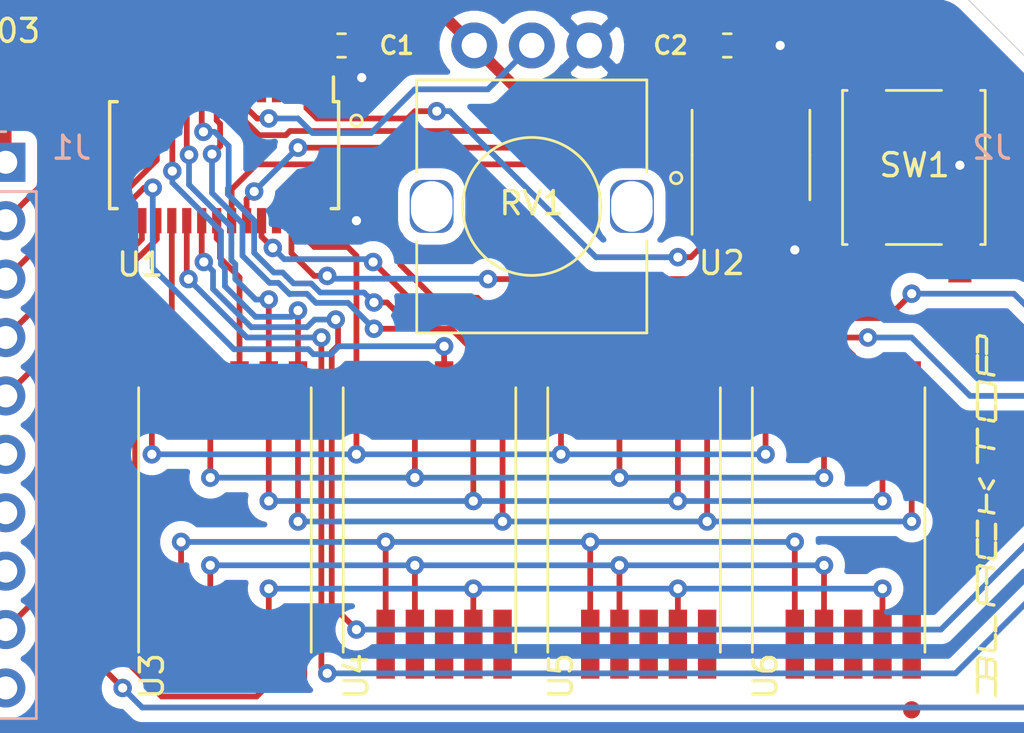
<source format=kicad_pcb>
(kicad_pcb (version 20171130) (host pcbnew 5.1.5-52549c5~84~ubuntu18.04.1)

  (general
    (thickness 1.6)
    (drawings 11)
    (tracks 403)
    (zones 0)
    (modules 16)
    (nets 51)
  )

  (page A4)
  (layers
    (0 F.Cu signal)
    (31 B.Cu signal hide)
    (32 B.Adhes user hide)
    (33 F.Adhes user hide)
    (34 B.Paste user hide)
    (35 F.Paste user hide)
    (36 B.SilkS user hide)
    (37 F.SilkS user hide)
    (38 B.Mask user hide)
    (39 F.Mask user hide)
    (40 Dwgs.User user hide)
    (41 Cmts.User user hide)
    (42 Eco1.User user hide)
    (43 Eco2.User user hide)
    (44 Edge.Cuts user hide)
    (45 Margin user hide)
    (46 B.CrtYd user hide)
    (47 F.CrtYd user hide)
    (48 B.Fab user hide)
    (49 F.Fab user hide)
  )

  (setup
    (last_trace_width 0.25)
    (trace_clearance 0.2)
    (zone_clearance 0.508)
    (zone_45_only no)
    (trace_min 0.2)
    (via_size 0.8)
    (via_drill 0.4)
    (via_min_size 0.4)
    (via_min_drill 0.3)
    (uvia_size 0.3)
    (uvia_drill 0.1)
    (uvias_allowed no)
    (uvia_min_size 0.2)
    (uvia_min_drill 0.1)
    (edge_width 0.05)
    (segment_width 0.2)
    (pcb_text_width 0.3)
    (pcb_text_size 1.5 1.5)
    (mod_edge_width 0.12)
    (mod_text_size 1 1)
    (mod_text_width 0.15)
    (pad_size 0.75 0.75)
    (pad_drill 0)
    (pad_to_mask_clearance 0.051)
    (solder_mask_min_width 0.25)
    (aux_axis_origin 0 0)
    (visible_elements FFF9E71F)
    (pcbplotparams
      (layerselection 0x010fc_ffffffff)
      (usegerberextensions false)
      (usegerberattributes false)
      (usegerberadvancedattributes false)
      (creategerberjobfile false)
      (excludeedgelayer true)
      (linewidth 0.100000)
      (plotframeref false)
      (viasonmask false)
      (mode 1)
      (useauxorigin false)
      (hpglpennumber 1)
      (hpglpenspeed 20)
      (hpglpendiameter 15.000000)
      (psnegative false)
      (psa4output false)
      (plotreference true)
      (plotvalue true)
      (plotinvisibletext false)
      (padsonsilk false)
      (subtractmaskfromsilk false)
      (outputformat 1)
      (mirror false)
      (drillshape 1)
      (scaleselection 1)
      (outputdirectory ""))
  )

  (net 0 "")
  (net 1 VCC)
  (net 2 GND)
  (net 3 "Net-(J1-PadP2.2)")
  (net 4 /RGB_R)
  (net 5 "Net-(J1-PadP2.0)")
  (net 6 "Net-(J1-PadP1.5)")
  (net 7 "Net-(J1-PadP1.4)")
  (net 8 "Net-(J1-PadP1.3)")
  (net 9 "Net-(J1-PadP1.2)")
  (net 10 "Net-(J1-PadP1.1)")
  (net 11 /~CS)
  (net 12 /RGB_G)
  (net 13 "Net-(J2-PadP2.4)")
  (net 14 /RGB_B)
  (net 15 /P1.6)
  (net 16 "Net-(J2-PadP1.7)")
  (net 17 /~RST)
  (net 18 /TEST)
  (net 19 "Net-(J2-PadP2.7)")
  (net 20 "Net-(J2-PadP2.6)")
  (net 21 /POT)
  (net 22 /BTN)
  (net 23 /SEG_G)
  (net 24 /SIMO)
  (net 25 /SOMI)
  (net 26 /DIG_4)
  (net 27 /SEG_F)
  (net 28 /SEG_E)
  (net 29 /SEG_D)
  (net 30 /DIG_3)
  (net 31 /SEG_C)
  (net 32 /SEG_B)
  (net 33 /SEG_A)
  (net 34 /DIG_1)
  (net 35 /DIG_2)
  (net 36 /SCK)
  (net 37 "Net-(U2-Pad7)")
  (net 38 "Net-(U2-Pad3)")
  (net 39 "Net-(U3-Pad9)")
  (net 40 "Net-(U3-Pad7)")
  (net 41 "Net-(U3-Pad2)")
  (net 42 "Net-(U4-Pad9)")
  (net 43 "Net-(U4-Pad7)")
  (net 44 "Net-(U4-Pad2)")
  (net 45 "Net-(U5-Pad9)")
  (net 46 "Net-(U5-Pad7)")
  (net 47 "Net-(U5-Pad2)")
  (net 48 "Net-(U6-Pad9)")
  (net 49 "Net-(U6-Pad7)")
  (net 50 "Net-(U6-Pad2)")

  (net_class Default "This is the default net class."
    (clearance 0.2)
    (trace_width 0.25)
    (via_dia 0.8)
    (via_drill 0.4)
    (uvia_dia 0.3)
    (uvia_drill 0.1)
    (add_net /BTN)
    (add_net /DIG_1)
    (add_net /DIG_2)
    (add_net /DIG_3)
    (add_net /DIG_4)
    (add_net /P1.6)
    (add_net /POT)
    (add_net /RGB_B)
    (add_net /RGB_G)
    (add_net /RGB_R)
    (add_net /SCK)
    (add_net /SEG_A)
    (add_net /SEG_B)
    (add_net /SEG_C)
    (add_net /SEG_D)
    (add_net /SEG_E)
    (add_net /SEG_F)
    (add_net /SEG_G)
    (add_net /SIMO)
    (add_net /SOMI)
    (add_net /TEST)
    (add_net /~CS)
    (add_net /~RST)
    (add_net GND)
    (add_net "Net-(J1-PadP1.1)")
    (add_net "Net-(J1-PadP1.2)")
    (add_net "Net-(J1-PadP1.3)")
    (add_net "Net-(J1-PadP1.4)")
    (add_net "Net-(J1-PadP1.5)")
    (add_net "Net-(J1-PadP2.0)")
    (add_net "Net-(J1-PadP2.2)")
    (add_net "Net-(J2-PadP1.7)")
    (add_net "Net-(J2-PadP2.4)")
    (add_net "Net-(J2-PadP2.6)")
    (add_net "Net-(J2-PadP2.7)")
    (add_net "Net-(U2-Pad3)")
    (add_net "Net-(U2-Pad7)")
    (add_net "Net-(U3-Pad2)")
    (add_net "Net-(U3-Pad7)")
    (add_net "Net-(U3-Pad9)")
    (add_net "Net-(U4-Pad2)")
    (add_net "Net-(U4-Pad7)")
    (add_net "Net-(U4-Pad9)")
    (add_net "Net-(U5-Pad2)")
    (add_net "Net-(U5-Pad7)")
    (add_net "Net-(U5-Pad9)")
    (add_net "Net-(U6-Pad2)")
    (add_net "Net-(U6-Pad7)")
    (add_net "Net-(U6-Pad9)")
    (add_net VCC)
  )

  (module blacktop01:Logo (layer F.Cu) (tedit 5E47802C) (tstamp 5E47EA0B)
    (at 169.2275 95.25 90)
    (fp_text reference REF** (at 0 3 90) (layer F.SilkS) hide
      (effects (font (size 1 1) (thickness 0.15)))
    )
    (fp_text value Logo (at 0 -3 90) (layer F.Fab) hide
      (effects (font (size 1 1) (thickness 0.3)))
    )
    (fp_line (start -3.495102 0.787846) (end -4.138917 0.787846) (layer F.SilkS) (width 0.15))
    (fp_line (start -3.269459 0.393923) (end -2.625644 0.393923) (layer F.SilkS) (width 0.15))
    (fp_line (start 3.930541 0.393923) (end 4.574356 0.393923) (layer F.SilkS) (width 0.15))
    (fp_line (start 3.838888 0.470828) (end 3.79655 0.71094) (layer F.SilkS) (width 0.15))
    (fp_line (start 3.908347 0.076906) (end 3.866009 0.317018) (layer F.SilkS) (width 0.15))
    (fp_line (start -3.403449 0.71094) (end -3.361111 0.470828) (layer F.SilkS) (width 0.15))
    (fp_line (start 9.304897 0.787846) (end 8.661082 0.787846) (layer F.SilkS) (width 0.15))
    (fp_line (start 9.438888 0.470828) (end 9.39655 0.71094) (layer F.SilkS) (width 0.15))
    (fp_line (start 9.508347 0.076906) (end 9.466009 0.317018) (layer F.SilkS) (width 0.15))
    (fp_line (start 8.8 0) (end 9.443815 0) (layer F.SilkS) (width 0.15))
    (fp_line (start 8 0) (end 8.643815 0) (layer F.SilkS) (width 0.15))
    (fp_line (start -2.161112 0.470828) (end -2.20345 0.71094) (layer F.SilkS) (width 0.15))
    (fp_line (start 10.730541 0.393923) (end 11.374356 0.393923) (layer F.SilkS) (width 0.15))
    (fp_line (start 9.930541 0.393923) (end 10.574356 0.393923) (layer F.SilkS) (width 0.15))
    (fp_line (start 11.508347 0.076906) (end 11.466009 0.317018) (layer F.SilkS) (width 0.15))
    (fp_line (start -1.338918 0.787846) (end -0.695103 0.787846) (layer F.SilkS) (width 0.15))
    (fp_line (start 1.374356 0.393923) (end 0.730541 0.393923) (layer F.SilkS) (width 0.15))
    (fp_line (start 10.8 0) (end 11.443815 0) (layer F.SilkS) (width 0.15))
    (fp_line (start 10 0) (end 10.643815 0) (layer F.SilkS) (width 0.15))
    (fp_line (start 9.866009 0.317018) (end 9.908347 0.076906) (layer F.SilkS) (width 0.15))
    (fp_line (start 9.79655 0.71094) (end 9.838888 0.470828) (layer F.SilkS) (width 0.15))
    (fp_line (start 8.504897 0.787846) (end 7.861082 0.787846) (layer F.SilkS) (width 0.15))
    (fp_line (start 2.661082 0.787846) (end 3.304897 0.787846) (layer F.SilkS) (width 0.15))
    (fp_line (start 1.861082 0.787846) (end 2.504897 0.787846) (layer F.SilkS) (width 0.15))
    (fp_line (start 1.838888 0.470828) (end 1.79655 0.71094) (layer F.SilkS) (width 0.15))
    (fp_line (start 6.8 0) (end 7.443815 0) (layer F.SilkS) (width 0.15))
    (fp_line (start 6 0) (end 6.643815 0) (layer F.SilkS) (width 0.15))
    (fp_line (start 4.843178 0.486525) (end 5.19226 0.695243) (layer F.SilkS) (width 0.15))
    (fp_line (start 4.891317 0.29786) (end 5.28304 0.096064) (layer F.SilkS) (width 0.15))
    (fp_line (start -2.091653 0.076906) (end -2.133991 0.317018) (layer F.SilkS) (width 0.15))
    (fp_line (start 0.8 0) (end 1.443815 0) (layer F.SilkS) (width 0.15))
    (fp_line (start 1.438888 0.470828) (end 1.39655 0.71094) (layer F.SilkS) (width 0.15))
    (fp_line (start 0.574356 0.393923) (end -0.069459 0.393923) (layer F.SilkS) (width 0.15))
    (fp_line (start -0.133991 0.317018) (end -0.091653 0.076906) (layer F.SilkS) (width 0.15))
    (fp_line (start -2.138918 0.787846) (end -1.495103 0.787846) (layer F.SilkS) (width 0.15))
    (fp_line (start 1.508347 0.076906) (end 1.466009 0.317018) (layer F.SilkS) (width 0.15))
    (fp_line (start -3.333991 0.317018) (end -3.291653 0.076906) (layer F.SilkS) (width 0.15))
    (fp_line (start 3.443815 0) (end 2.8 0) (layer F.SilkS) (width 0.15))
    (fp_line (start 1.908347 0.076906) (end 1.866009 0.317018) (layer F.SilkS) (width 0.15))
    (fp_line (start 2.643815 0) (end 2 0) (layer F.SilkS) (width 0.15))
    (fp_line (start 7.866009 0.317018) (end 7.908347 0.076906) (layer F.SilkS) (width 0.15))
    (fp_line (start 7.79655 0.71094) (end 7.838888 0.470828) (layer F.SilkS) (width 0.15))
    (fp_line (start 6.638888 0.470828) (end 6.59655 0.71094) (layer F.SilkS) (width 0.15))
    (fp_line (start 6.708347 0.076906) (end 6.666009 0.317018) (layer F.SilkS) (width 0.15))
    (fp_line (start -0.20345 0.71094) (end -0.161112 0.470828) (layer F.SilkS) (width 0.15))
    (fp_line (start -3.999999 0) (end -3.356184 0) (layer F.SilkS) (width 0.15))
    (fp_line (start -3.2 0) (end -2.556185 0) (layer F.SilkS) (width 0.15))
    (fp_line (start -2.491653 0.076906) (end -2.533991 0.317018) (layer F.SilkS) (width 0.15))
    (fp_line (start -2.561112 0.470828) (end -2.60345 0.71094) (layer F.SilkS) (width 0.15))
    (fp_line (start -2.695103 0.787846) (end -3.338918 0.787846) (layer F.SilkS) (width 0.15))
    (fp_line (start 0 0) (end 0.643815 0) (layer F.SilkS) (width 0.15))
  )

  (module Fiducial:Fiducial_0.75mm_Mask1.5mm (layer F.Cu) (tedit 5C18CB26) (tstamp 5E47EAE2)
    (at 166.37 70.1675)
    (descr "Circular Fiducial, 0.75mm bare copper, 1.5mm soldermask opening (Level B)")
    (tags fiducial)
    (path /5E519B76)
    (attr smd)
    (fp_text reference FID3 (at -2.8575 0) (layer F.SilkS) hide
      (effects (font (size 1 1) (thickness 0.15)))
    )
    (fp_text value Fiducial (at 0 2) (layer F.Fab)
      (effects (font (size 1 1) (thickness 0.15)))
    )
    (fp_circle (center 0 0) (end 1 0) (layer F.CrtYd) (width 0.05))
    (fp_text user %R (at 0 0) (layer F.Fab)
      (effects (font (size 0.3 0.3) (thickness 0.05)))
    )
    (fp_circle (center 0 0) (end 0.75 0) (layer F.Fab) (width 0.1))
    (pad "" smd circle (at 0 0) (size 0.75 0.75) (layers F.Cu F.Mask)
      (solder_mask_margin 0.375) (clearance 0.375))
  )

  (module Fiducial:Fiducial_0.75mm_Mask1.5mm (layer F.Cu) (tedit 5C18CB26) (tstamp 5E47E70D)
    (at 166.37 100.0125)
    (descr "Circular Fiducial, 0.75mm bare copper, 1.5mm soldermask opening (Level B)")
    (tags fiducial)
    (path /5E5198D0)
    (attr smd)
    (fp_text reference FID2 (at -2.8575 0.3175) (layer F.SilkS) hide
      (effects (font (size 1 1) (thickness 0.15)))
    )
    (fp_text value Fiducial (at 0 2) (layer F.Fab)
      (effects (font (size 1 1) (thickness 0.15)))
    )
    (fp_circle (center 0 0) (end 1 0) (layer F.CrtYd) (width 0.05))
    (fp_text user %R (at 0 0) (layer F.Fab)
      (effects (font (size 0.3 0.3) (thickness 0.05)))
    )
    (fp_circle (center 0 0) (end 0.75 0) (layer F.Fab) (width 0.1))
    (pad "" smd circle (at 0 0) (size 0.75 0.75) (layers F.Cu F.Mask)
      (solder_mask_margin 0.375) (clearance 0.375))
  )

  (module Fiducial:Fiducial_0.75mm_Mask1.5mm (layer F.Cu) (tedit 5E476C03) (tstamp 5E47EC67)
    (at 129.8575 100.0125)
    (descr "Circular Fiducial, 0.75mm bare copper, 1.5mm soldermask opening (Level B)")
    (tags fiducial)
    (path /5E5190CE)
    (attr smd)
    (fp_text reference FID1 (at -0.3175 -2.8575 90) (layer F.SilkS) hide
      (effects (font (size 1 1) (thickness 0.15)))
    )
    (fp_text value Fiducial (at 0 2) (layer F.Fab)
      (effects (font (size 1 1) (thickness 0.15)))
    )
    (fp_circle (center 0 0) (end 1 0) (layer F.CrtYd) (width 0.05))
    (fp_text user %R (at 0 0) (layer F.Fab)
      (effects (font (size 0.3 0.3) (thickness 0.05)))
    )
    (fp_circle (center 0 0) (end 0.75 0) (layer F.Fab) (width 0.1))
    (pad "" smd circle (at 0 0) (size 0.75 0.75) (layers F.Cu F.Mask)
      (solder_mask_margin 0.375) (clearance 0.375))
  )

  (module Package_SO:SOIC-8_3.9x4.9mm_P1.27mm (layer F.Cu) (tedit 5E44CE33) (tstamp 5E4739AB)
    (at 159.385 75.8825 90)
    (descr "SOIC, 8 Pin (JEDEC MS-012AA, https://www.analog.com/media/en/package-pcb-resources/package/pkg_pdf/soic_narrow-r/r_8.pdf), generated with kicad-footprint-generator ipc_gullwing_generator.py")
    (tags "SOIC SO")
    (path /5E299ADB)
    (attr smd)
    (fp_text reference U2 (at -4.6975 -1.27 180) (layer F.SilkS)
      (effects (font (size 1 1) (thickness 0.15)))
    )
    (fp_text value AT25640B-SSHL-T (at 0 3.4 90) (layer F.Fab)
      (effects (font (size 1 1) (thickness 0.15)))
    )
    (fp_text user %R (at 0 0 90) (layer F.Fab)
      (effects (font (size 0.98 0.98) (thickness 0.15)))
    )
    (fp_line (start 3.7 -2.7) (end -3.7 -2.7) (layer F.CrtYd) (width 0.05))
    (fp_line (start 3.7 2.7) (end 3.7 -2.7) (layer F.CrtYd) (width 0.05))
    (fp_line (start -3.7 2.7) (end 3.7 2.7) (layer F.CrtYd) (width 0.05))
    (fp_line (start -3.7 -2.7) (end -3.7 2.7) (layer F.CrtYd) (width 0.05))
    (fp_line (start -1.95 -1.475) (end -0.975 -2.45) (layer F.Fab) (width 0.1))
    (fp_line (start -1.95 2.45) (end -1.95 -1.475) (layer F.Fab) (width 0.1))
    (fp_line (start 1.95 2.45) (end -1.95 2.45) (layer F.Fab) (width 0.1))
    (fp_line (start 1.95 -2.45) (end 1.95 2.45) (layer F.Fab) (width 0.1))
    (fp_line (start -0.975 -2.45) (end 1.95 -2.45) (layer F.Fab) (width 0.1))
    (fp_line (start 0 -2.56) (end -3.45 -2.56) (layer F.SilkS) (width 0.12))
    (fp_line (start 0 -2.56) (end 1.95 -2.56) (layer F.SilkS) (width 0.12))
    (fp_line (start 0 2.56) (end -1.95 2.56) (layer F.SilkS) (width 0.12))
    (fp_line (start 0 2.56) (end 1.95 2.56) (layer F.SilkS) (width 0.12))
    (fp_circle (center -1 -3.25) (end -1 -3) (layer F.SilkS) (width 0.12))
    (pad 8 smd roundrect (at 2.475 -1.905 90) (size 1.95 0.6) (layers F.Cu F.Paste F.Mask) (roundrect_rratio 0.25)
      (net 1 VCC))
    (pad 7 smd roundrect (at 2.475 -0.635 90) (size 1.95 0.6) (layers F.Cu F.Paste F.Mask) (roundrect_rratio 0.25)
      (net 37 "Net-(U2-Pad7)"))
    (pad 6 smd roundrect (at 2.475 0.635 90) (size 1.95 0.6) (layers F.Cu F.Paste F.Mask) (roundrect_rratio 0.25)
      (net 36 /SCK))
    (pad 5 smd roundrect (at 2.475 1.905 90) (size 1.95 0.6) (layers F.Cu F.Paste F.Mask) (roundrect_rratio 0.25)
      (net 24 /SIMO))
    (pad 4 smd roundrect (at -2.475 1.905 90) (size 1.95 0.6) (layers F.Cu F.Paste F.Mask) (roundrect_rratio 0.25)
      (net 2 GND))
    (pad 3 smd roundrect (at -2.475 0.635 90) (size 1.95 0.6) (layers F.Cu F.Paste F.Mask) (roundrect_rratio 0.25)
      (net 38 "Net-(U2-Pad3)"))
    (pad 2 smd roundrect (at -2.475 -0.635 90) (size 1.95 0.6) (layers F.Cu F.Paste F.Mask) (roundrect_rratio 0.25)
      (net 25 /SOMI))
    (pad 1 smd roundrect (at -2.475 -1.905 90) (size 1.95 0.6) (layers F.Cu F.Paste F.Mask) (roundrect_rratio 0.25)
      (net 11 /~CS))
    (model ${KISYS3DMOD}/Package_SO.3dshapes/SOIC-8_3.9x4.9mm_P1.27mm.wrl
      (at (xyz 0 0 0))
      (scale (xyz 1 1 1))
      (rotate (xyz 0 0 0))
    )
  )

  (module Package_SO:TSSOP-28_4.4x9.7mm_P0.65mm (layer F.Cu) (tedit 5E44CE1F) (tstamp 5E4538DC)
    (at 136.491 75.89 270)
    (descr "TSSOP28: plastic thin shrink small outline package; 28 leads; body width 4.4 mm; (see NXP SSOP-TSSOP-VSO-REFLOW.pdf and sot361-1_po.pdf)")
    (tags "SSOP 0.65")
    (path /5E29C7D0)
    (attr smd)
    (fp_text reference U1 (at 4.755 3.649 180) (layer F.SilkS)
      (effects (font (size 1 1) (thickness 0.15)))
    )
    (fp_text value MSP430G2553IPW28 (at 0 5.9 90) (layer F.Fab)
      (effects (font (size 1 1) (thickness 0.15)))
    )
    (fp_circle (center -1.5 -5.75) (end -1.5 -5.5) (layer F.SilkS) (width 0.12))
    (fp_line (start -1.2 -4.85) (end 2.2 -4.85) (layer F.Fab) (width 0.15))
    (fp_line (start 2.2 -4.85) (end 2.2 4.85) (layer F.Fab) (width 0.15))
    (fp_line (start 2.2 4.85) (end -2.2 4.85) (layer F.Fab) (width 0.15))
    (fp_line (start -2.2 4.85) (end -2.2 -3.85) (layer F.Fab) (width 0.15))
    (fp_line (start -2.2 -3.85) (end -1.2 -4.85) (layer F.Fab) (width 0.15))
    (fp_line (start -3.65 -5.15) (end -3.65 5.15) (layer F.CrtYd) (width 0.05))
    (fp_line (start 3.65 -5.15) (end 3.65 5.15) (layer F.CrtYd) (width 0.05))
    (fp_line (start -3.65 -5.15) (end 3.65 -5.15) (layer F.CrtYd) (width 0.05))
    (fp_line (start -3.65 5.15) (end 3.65 5.15) (layer F.CrtYd) (width 0.05))
    (fp_line (start -2.325 -4.975) (end -2.325 -4.75) (layer F.SilkS) (width 0.15))
    (fp_line (start 2.325 -4.975) (end 2.325 -4.65) (layer F.SilkS) (width 0.15))
    (fp_line (start 2.325 4.975) (end 2.325 4.65) (layer F.SilkS) (width 0.15))
    (fp_line (start -2.325 4.975) (end -2.325 4.65) (layer F.SilkS) (width 0.15))
    (fp_line (start -2.325 -4.975) (end 2.325 -4.975) (layer F.SilkS) (width 0.15))
    (fp_line (start -2.325 4.975) (end 2.325 4.975) (layer F.SilkS) (width 0.15))
    (fp_line (start -2.325 -4.75) (end -3.4 -4.75) (layer F.SilkS) (width 0.15))
    (fp_text user %R (at 0 0 90) (layer F.Fab)
      (effects (font (size 0.8 0.8) (thickness 0.15)))
    )
    (pad 1 smd rect (at -2.85 -4.225 270) (size 1.1 0.4) (layers F.Cu F.Paste F.Mask)
      (net 1 VCC))
    (pad 2 smd rect (at -2.85 -3.575 270) (size 1.1 0.4) (layers F.Cu F.Paste F.Mask)
      (net 11 /~CS))
    (pad 3 smd rect (at -2.85 -2.925 270) (size 1.1 0.4) (layers F.Cu F.Paste F.Mask)
      (net 10 "Net-(J1-PadP1.1)"))
    (pad 4 smd rect (at -2.85 -2.275 270) (size 1.1 0.4) (layers F.Cu F.Paste F.Mask)
      (net 9 "Net-(J1-PadP1.2)"))
    (pad 5 smd rect (at -2.85 -1.625 270) (size 1.1 0.4) (layers F.Cu F.Paste F.Mask)
      (net 8 "Net-(J1-PadP1.3)"))
    (pad 6 smd rect (at -2.85 -0.975 270) (size 1.1 0.4) (layers F.Cu F.Paste F.Mask)
      (net 21 /POT))
    (pad 7 smd rect (at -2.85 -0.325 270) (size 1.1 0.4) (layers F.Cu F.Paste F.Mask)
      (net 36 /SCK))
    (pad 8 smd rect (at -2.85 0.325 270) (size 1.1 0.4) (layers F.Cu F.Paste F.Mask)
      (net 35 /DIG_2))
    (pad 9 smd rect (at -2.85 0.975 270) (size 1.1 0.4) (layers F.Cu F.Paste F.Mask)
      (net 34 /DIG_1))
    (pad 10 smd rect (at -2.85 1.625 270) (size 1.1 0.4) (layers F.Cu F.Paste F.Mask)
      (net 33 /SEG_A))
    (pad 11 smd rect (at -2.85 2.275 270) (size 1.1 0.4) (layers F.Cu F.Paste F.Mask)
      (net 32 /SEG_B))
    (pad 12 smd rect (at -2.85 2.925 270) (size 1.1 0.4) (layers F.Cu F.Paste F.Mask)
      (net 31 /SEG_C))
    (pad 13 smd rect (at -2.85 3.575 270) (size 1.1 0.4) (layers F.Cu F.Paste F.Mask)
      (net 12 /RGB_G))
    (pad 14 smd rect (at -2.85 4.225 270) (size 1.1 0.4) (layers F.Cu F.Paste F.Mask)
      (net 4 /RGB_R))
    (pad 15 smd rect (at 2.85 4.225 270) (size 1.1 0.4) (layers F.Cu F.Paste F.Mask)
      (net 30 /DIG_3))
    (pad 16 smd rect (at 2.85 3.575 270) (size 1.1 0.4) (layers F.Cu F.Paste F.Mask)
      (net 29 /SEG_D))
    (pad 17 smd rect (at 2.85 2.925 270) (size 1.1 0.4) (layers F.Cu F.Paste F.Mask)
      (net 28 /SEG_E))
    (pad 18 smd rect (at 2.85 2.275 270) (size 1.1 0.4) (layers F.Cu F.Paste F.Mask)
      (net 27 /SEG_F))
    (pad 19 smd rect (at 2.85 1.625 270) (size 1.1 0.4) (layers F.Cu F.Paste F.Mask)
      (net 14 /RGB_B))
    (pad 20 smd rect (at 2.85 0.975 270) (size 1.1 0.4) (layers F.Cu F.Paste F.Mask)
      (net 15 /P1.6))
    (pad 21 smd rect (at 2.85 0.325 270) (size 1.1 0.4) (layers F.Cu F.Paste F.Mask)
      (net 26 /DIG_4))
    (pad 22 smd rect (at 2.85 -0.325 270) (size 1.1 0.4) (layers F.Cu F.Paste F.Mask)
      (net 25 /SOMI))
    (pad 23 smd rect (at 2.85 -0.975 270) (size 1.1 0.4) (layers F.Cu F.Paste F.Mask)
      (net 24 /SIMO))
    (pad 24 smd rect (at 2.85 -1.625 270) (size 1.1 0.4) (layers F.Cu F.Paste F.Mask)
      (net 17 /~RST))
    (pad 25 smd rect (at 2.85 -2.275 270) (size 1.1 0.4) (layers F.Cu F.Paste F.Mask)
      (net 18 /TEST))
    (pad 26 smd rect (at 2.85 -2.925 270) (size 1.1 0.4) (layers F.Cu F.Paste F.Mask)
      (net 22 /BTN))
    (pad 27 smd rect (at 2.85 -3.575 270) (size 1.1 0.4) (layers F.Cu F.Paste F.Mask)
      (net 23 /SEG_G))
    (pad 28 smd rect (at 2.85 -4.225 270) (size 1.1 0.4) (layers F.Cu F.Paste F.Mask)
      (net 2 GND))
    (model ${KISYS3DMOD}/Package_SO.3dshapes/TSSOP-28_4.4x9.7mm_P0.65mm.wrl
      (at (xyz 0 0 0))
      (scale (xyz 1 1 1))
      (rotate (xyz 0 0 0))
    )
  )

  (module Button_Switch_SMD:SW_SPST_EVQQ2 (layer F.Cu) (tedit 5872491A) (tstamp 5E44C8B7)
    (at 166.465 76.425 270)
    (descr "Light Touch Switch, https://industrial.panasonic.com/cdbs/www-data/pdf/ATK0000/ATK0000CE28.pdf")
    (path /5E68F934)
    (attr smd)
    (fp_text reference SW1 (at -0.098 -0.032 180) (layer F.SilkS)
      (effects (font (size 1 1) (thickness 0.15)))
    )
    (fp_text value EVQ-Q2Y03W (at 0 4.25 90) (layer F.Fab)
      (effects (font (size 1 1) (thickness 0.15)))
    )
    (fp_circle (center 0 0) (end 1.5 0) (layer F.Fab) (width 0.1))
    (fp_circle (center 0 0) (end 1.9 0) (layer F.Fab) (width 0.1))
    (fp_line (start -3.35 3.1) (end 3.35 3.1) (layer F.SilkS) (width 0.12))
    (fp_line (start 3.35 -3.1) (end -3.35 -3.1) (layer F.SilkS) (width 0.12))
    (fp_line (start 3.35 -1.2) (end 3.35 1.2) (layer F.SilkS) (width 0.12))
    (fp_line (start -3.35 -1.2) (end -3.35 1.2) (layer F.SilkS) (width 0.12))
    (fp_line (start -3.35 -3.1) (end -3.35 -2.9) (layer F.SilkS) (width 0.12))
    (fp_line (start -3.35 3.1) (end -3.35 2.9) (layer F.SilkS) (width 0.12))
    (fp_line (start 3.35 3.1) (end 3.35 2.9) (layer F.SilkS) (width 0.12))
    (fp_line (start 3.35 -3.1) (end 3.35 -2.9) (layer F.SilkS) (width 0.12))
    (fp_line (start -5.25 3.25) (end -5.25 -3.25) (layer F.CrtYd) (width 0.05))
    (fp_line (start 5.25 3.25) (end -5.25 3.25) (layer F.CrtYd) (width 0.05))
    (fp_line (start 5.25 -3.25) (end 5.25 3.25) (layer F.CrtYd) (width 0.05))
    (fp_line (start -5.25 -3.25) (end 5.25 -3.25) (layer F.CrtYd) (width 0.05))
    (fp_text user %R (at 0.05 -3.95 90) (layer F.Fab)
      (effects (font (size 1 1) (thickness 0.15)))
    )
    (fp_line (start -3.25 3) (end -3.25 -3) (layer F.Fab) (width 0.1))
    (fp_line (start 3.25 3) (end -3.25 3) (layer F.Fab) (width 0.1))
    (fp_line (start 3.25 -3) (end 3.25 3) (layer F.Fab) (width 0.1))
    (fp_line (start -3.25 -3) (end 3.25 -3) (layer F.Fab) (width 0.1))
    (pad 2 smd rect (at 3.4 2 270) (size 3.2 1) (layers F.Cu F.Paste F.Mask)
      (net 22 /BTN))
    (pad 2 smd rect (at -3.4 2 270) (size 3.2 1) (layers F.Cu F.Paste F.Mask)
      (net 22 /BTN))
    (pad 1 smd rect (at -3.4 -2 270) (size 3.2 1) (layers F.Cu F.Paste F.Mask)
      (net 2 GND))
    (pad 1 smd rect (at 3.4 -2 270) (size 3.2 1) (layers F.Cu F.Paste F.Mask)
      (net 2 GND))
    (model ${KISYS3DMOD}/Button_Switch_SMD.3dshapes/SW_SPST_EVQQ2.wrl
      (at (xyz 0 0 0))
      (scale (xyz 1 1 1))
      (rotate (xyz 0 0 0))
    )
  )

  (module blacktop01:HDSM-283L (layer F.Cu) (tedit 5E338DD2) (tstamp 5E32A38D)
    (at 163.195 91.755)
    (path /5E298E35)
    (fp_text reference U6 (at -3.175 6.797 90) (layer F.SilkS)
      (effects (font (size 1 1) (thickness 0.15)))
    )
    (fp_text value HDSM-283L (at -4.75 0 90) (layer F.Fab)
      (effects (font (size 1 1) (thickness 0.15)))
    )
    (fp_line (start -4 6) (end -4 -6) (layer F.CrtYd) (width 0.12))
    (fp_line (start 4 6) (end -4 6) (layer F.CrtYd) (width 0.12))
    (fp_line (start 4 -6) (end 4 6) (layer F.CrtYd) (width 0.12))
    (fp_line (start -4 -6) (end 4 -6) (layer F.CrtYd) (width 0.12))
    (fp_line (start -3.75 5.75) (end -3.75 -5.75) (layer F.SilkS) (width 0.12))
    (fp_line (start 3.75 -5.75) (end 3.75 5.75) (layer F.SilkS) (width 0.12))
    (pad 11 smd rect (at -1.905 5.4) (size 0.8 3) (layers F.Cu F.Paste F.Mask)
      (net 28 /SEG_E))
    (pad 10 smd rect (at -0.635 5.4) (size 0.8 3) (layers F.Cu F.Paste F.Mask)
      (net 29 /SEG_D))
    (pad 9 smd rect (at 0.635 5.4) (size 0.8 3) (layers F.Cu F.Paste F.Mask)
      (net 48 "Net-(U6-Pad9)"))
    (pad 8 smd rect (at 1.905 5.4) (size 0.8 3) (layers F.Cu F.Paste F.Mask)
      (net 31 /SEG_C))
    (pad 7 smd rect (at 3.175 5.4) (size 0.8 3) (layers F.Cu F.Paste F.Mask)
      (net 49 "Net-(U6-Pad7)"))
    (pad 6 smd rect (at 3.175 -5.4) (size 0.8 3) (layers F.Cu F.Paste F.Mask)
      (net 32 /SEG_B))
    (pad 5 smd rect (at 1.905 -5.4) (size 0.8 3) (layers F.Cu F.Paste F.Mask)
      (net 33 /SEG_A))
    (pad 4 smd rect (at 0.635 -5.4) (size 0.8 3) (layers F.Cu F.Paste F.Mask)
      (net 34 /DIG_1))
    (pad 3 smd rect (at -0.635 -5.4) (size 0.8 3) (layers F.Cu F.Paste F.Mask)
      (net 27 /SEG_F))
    (pad 2 smd rect (at -1.905 -5.4) (size 0.8 3) (layers F.Cu F.Paste F.Mask)
      (net 50 "Net-(U6-Pad2)"))
    (pad 1 smd rect (at -3.175 -5.4) (size 0.8 3) (layers F.Cu F.Paste F.Mask)
      (net 23 /SEG_G))
  )

  (module blacktop01:HDSM-283L (layer F.Cu) (tedit 5E338DD2) (tstamp 5E32A37A)
    (at 154.305 91.755)
    (path /5E298888)
    (fp_text reference U5 (at -3.175 6.797 90) (layer F.SilkS)
      (effects (font (size 1 1) (thickness 0.15)))
    )
    (fp_text value HDSM-283L (at -4.75 0 90) (layer F.Fab)
      (effects (font (size 1 1) (thickness 0.15)))
    )
    (fp_line (start -4 6) (end -4 -6) (layer F.CrtYd) (width 0.12))
    (fp_line (start 4 6) (end -4 6) (layer F.CrtYd) (width 0.12))
    (fp_line (start 4 -6) (end 4 6) (layer F.CrtYd) (width 0.12))
    (fp_line (start -4 -6) (end 4 -6) (layer F.CrtYd) (width 0.12))
    (fp_line (start -3.75 5.75) (end -3.75 -5.75) (layer F.SilkS) (width 0.12))
    (fp_line (start 3.75 -5.75) (end 3.75 5.75) (layer F.SilkS) (width 0.12))
    (pad 11 smd rect (at -1.905 5.4) (size 0.8 3) (layers F.Cu F.Paste F.Mask)
      (net 28 /SEG_E))
    (pad 10 smd rect (at -0.635 5.4) (size 0.8 3) (layers F.Cu F.Paste F.Mask)
      (net 29 /SEG_D))
    (pad 9 smd rect (at 0.635 5.4) (size 0.8 3) (layers F.Cu F.Paste F.Mask)
      (net 45 "Net-(U5-Pad9)"))
    (pad 8 smd rect (at 1.905 5.4) (size 0.8 3) (layers F.Cu F.Paste F.Mask)
      (net 31 /SEG_C))
    (pad 7 smd rect (at 3.175 5.4) (size 0.8 3) (layers F.Cu F.Paste F.Mask)
      (net 46 "Net-(U5-Pad7)"))
    (pad 6 smd rect (at 3.175 -5.4) (size 0.8 3) (layers F.Cu F.Paste F.Mask)
      (net 32 /SEG_B))
    (pad 5 smd rect (at 1.905 -5.4) (size 0.8 3) (layers F.Cu F.Paste F.Mask)
      (net 33 /SEG_A))
    (pad 4 smd rect (at 0.635 -5.4) (size 0.8 3) (layers F.Cu F.Paste F.Mask)
      (net 35 /DIG_2))
    (pad 3 smd rect (at -0.635 -5.4) (size 0.8 3) (layers F.Cu F.Paste F.Mask)
      (net 27 /SEG_F))
    (pad 2 smd rect (at -1.905 -5.4) (size 0.8 3) (layers F.Cu F.Paste F.Mask)
      (net 47 "Net-(U5-Pad2)"))
    (pad 1 smd rect (at -3.175 -5.4) (size 0.8 3) (layers F.Cu F.Paste F.Mask)
      (net 23 /SEG_G))
  )

  (module blacktop01:HDSM-283L (layer F.Cu) (tedit 5E338DD2) (tstamp 5E32A367)
    (at 145.415 91.755)
    (path /5E29805A)
    (fp_text reference U4 (at -3.175 6.797 90) (layer F.SilkS)
      (effects (font (size 1 1) (thickness 0.15)))
    )
    (fp_text value HDSM-283L (at -4.75 0 90) (layer F.Fab)
      (effects (font (size 1 1) (thickness 0.15)))
    )
    (fp_line (start -4 6) (end -4 -6) (layer F.CrtYd) (width 0.12))
    (fp_line (start 4 6) (end -4 6) (layer F.CrtYd) (width 0.12))
    (fp_line (start 4 -6) (end 4 6) (layer F.CrtYd) (width 0.12))
    (fp_line (start -4 -6) (end 4 -6) (layer F.CrtYd) (width 0.12))
    (fp_line (start -3.75 5.75) (end -3.75 -5.75) (layer F.SilkS) (width 0.12))
    (fp_line (start 3.75 -5.75) (end 3.75 5.75) (layer F.SilkS) (width 0.12))
    (pad 11 smd rect (at -1.905 5.4) (size 0.8 3) (layers F.Cu F.Paste F.Mask)
      (net 28 /SEG_E))
    (pad 10 smd rect (at -0.635 5.4) (size 0.8 3) (layers F.Cu F.Paste F.Mask)
      (net 29 /SEG_D))
    (pad 9 smd rect (at 0.635 5.4) (size 0.8 3) (layers F.Cu F.Paste F.Mask)
      (net 42 "Net-(U4-Pad9)"))
    (pad 8 smd rect (at 1.905 5.4) (size 0.8 3) (layers F.Cu F.Paste F.Mask)
      (net 31 /SEG_C))
    (pad 7 smd rect (at 3.175 5.4) (size 0.8 3) (layers F.Cu F.Paste F.Mask)
      (net 43 "Net-(U4-Pad7)"))
    (pad 6 smd rect (at 3.175 -5.4) (size 0.8 3) (layers F.Cu F.Paste F.Mask)
      (net 32 /SEG_B))
    (pad 5 smd rect (at 1.905 -5.4) (size 0.8 3) (layers F.Cu F.Paste F.Mask)
      (net 33 /SEG_A))
    (pad 4 smd rect (at 0.635 -5.4) (size 0.8 3) (layers F.Cu F.Paste F.Mask)
      (net 30 /DIG_3))
    (pad 3 smd rect (at -0.635 -5.4) (size 0.8 3) (layers F.Cu F.Paste F.Mask)
      (net 27 /SEG_F))
    (pad 2 smd rect (at -1.905 -5.4) (size 0.8 3) (layers F.Cu F.Paste F.Mask)
      (net 44 "Net-(U4-Pad2)"))
    (pad 1 smd rect (at -3.175 -5.4) (size 0.8 3) (layers F.Cu F.Paste F.Mask)
      (net 23 /SEG_G))
  )

  (module blacktop01:HDSM-283L (layer F.Cu) (tedit 5E338DD2) (tstamp 5E32A354)
    (at 136.525 91.755)
    (path /5E296E0D)
    (fp_text reference U3 (at -3.175 6.797 270) (layer F.SilkS)
      (effects (font (size 1 1) (thickness 0.15)))
    )
    (fp_text value HDSM-283L (at -4.75 0 90) (layer F.Fab)
      (effects (font (size 1 1) (thickness 0.15)))
    )
    (fp_line (start -4 6) (end -4 -6) (layer F.CrtYd) (width 0.12))
    (fp_line (start 4 6) (end -4 6) (layer F.CrtYd) (width 0.12))
    (fp_line (start 4 -6) (end 4 6) (layer F.CrtYd) (width 0.12))
    (fp_line (start -4 -6) (end 4 -6) (layer F.CrtYd) (width 0.12))
    (fp_line (start -3.75 5.75) (end -3.75 -5.75) (layer F.SilkS) (width 0.12))
    (fp_line (start 3.75 -5.75) (end 3.75 5.75) (layer F.SilkS) (width 0.12))
    (pad 11 smd rect (at -1.905 5.4) (size 0.8 3) (layers F.Cu F.Paste F.Mask)
      (net 28 /SEG_E))
    (pad 10 smd rect (at -0.635 5.4) (size 0.8 3) (layers F.Cu F.Paste F.Mask)
      (net 29 /SEG_D))
    (pad 9 smd rect (at 0.635 5.4) (size 0.8 3) (layers F.Cu F.Paste F.Mask)
      (net 39 "Net-(U3-Pad9)"))
    (pad 8 smd rect (at 1.905 5.4) (size 0.8 3) (layers F.Cu F.Paste F.Mask)
      (net 31 /SEG_C))
    (pad 7 smd rect (at 3.175 5.4) (size 0.8 3) (layers F.Cu F.Paste F.Mask)
      (net 40 "Net-(U3-Pad7)"))
    (pad 6 smd rect (at 3.175 -5.4) (size 0.8 3) (layers F.Cu F.Paste F.Mask)
      (net 32 /SEG_B))
    (pad 5 smd rect (at 1.905 -5.4) (size 0.8 3) (layers F.Cu F.Paste F.Mask)
      (net 33 /SEG_A))
    (pad 4 smd rect (at 0.635 -5.4) (size 0.8 3) (layers F.Cu F.Paste F.Mask)
      (net 26 /DIG_4))
    (pad 3 smd rect (at -0.635 -5.4) (size 0.8 3) (layers F.Cu F.Paste F.Mask)
      (net 27 /SEG_F))
    (pad 2 smd rect (at -1.905 -5.4) (size 0.8 3) (layers F.Cu F.Paste F.Mask)
      (net 41 "Net-(U3-Pad2)"))
    (pad 1 smd rect (at -3.175 -5.4) (size 0.8 3) (layers F.Cu F.Paste F.Mask)
      (net 23 /SEG_G))
  )

  (module blacktop01:PTV09A-4020U-B103 (layer F.Cu) (tedit 5E291D9F) (tstamp 5E32A2DB)
    (at 149.86 78.12 180)
    (path /5E325DF6)
    (fp_text reference RV1 (at 0 0.142) (layer F.SilkS)
      (effects (font (size 1 1) (thickness 0.15)))
    )
    (fp_text value 10k (at 0 10) (layer F.Fab)
      (effects (font (size 1 1) (thickness 0.15)))
    )
    (fp_line (start -5.5 8.5) (end -5.5 -6) (layer F.CrtYd) (width 0.12))
    (fp_line (start 5.5 8.5) (end -5.5 8.5) (layer F.CrtYd) (width 0.12))
    (fp_line (start 5.5 -6) (end 5.5 8.5) (layer F.CrtYd) (width 0.12))
    (fp_line (start -5.5 -6) (end 5.5 -6) (layer F.CrtYd) (width 0.12))
    (fp_circle (center 0 0) (end 3 0) (layer F.SilkS) (width 0.12))
    (fp_line (start -5 -1.5) (end -5 -5.5) (layer F.SilkS) (width 0.12))
    (fp_line (start -5 5.5) (end -5 1.5) (layer F.SilkS) (width 0.12))
    (fp_line (start 5 5.5) (end -5 5.5) (layer F.SilkS) (width 0.12))
    (fp_line (start 5 1.5) (end 5 5.5) (layer F.SilkS) (width 0.12))
    (fp_line (start 5 -5.5) (end 5 -1.5) (layer F.SilkS) (width 0.12))
    (fp_line (start -5 -5.5) (end 5 -5.5) (layer F.SilkS) (width 0.12))
    (pad 3 thru_hole circle (at 2.5 7 270) (size 2 2) (drill 1.1) (layers *.Cu *.Mask)
      (net 1 VCC))
    (pad 2 thru_hole circle (at 0 7 180) (size 2 2) (drill 1.1) (layers *.Cu *.Mask)
      (net 21 /POT))
    (pad 1 thru_hole circle (at -2.5 7 180) (size 2 2) (drill 1.1) (layers *.Cu *.Mask)
      (net 2 GND))
    (pad "" np_thru_hole roundrect (at 4.35 0 180) (size 1.9 2.3) (drill oval 1.8 2.2) (layers *.Cu *.Mask) (roundrect_rratio 0.289))
    (pad "" np_thru_hole roundrect (at -4.35 0 180) (size 1.9 2.3) (drill oval 1.8 2.2) (layers *.Cu *.Mask) (roundrect_rratio 0.289))
  )

  (module blacktop01:PinSocket_1x10_P2.54mm_Vertical_Right (layer B.Cu) (tedit 5E292194) (tstamp 5E452FEC)
    (at 172.72 76.2 180)
    (descr "Through hole straight socket strip, 1x10, 2.54mm pitch, single row (from Kicad 4.0.7), script generated")
    (tags "Through hole socket strip THT 1x10 2.54mm single row")
    (path /5E2AF9FA)
    (fp_text reference J2 (at 2.8575 0.635) (layer B.SilkS)
      (effects (font (size 1 1) (thickness 0.15)) (justify mirror))
    )
    (fp_text value Conn_01x10_Female_Right (at 0 -25.63) (layer B.Fab)
      (effects (font (size 1 1) (thickness 0.15)) (justify mirror))
    )
    (fp_text user %R (at 0 -11.43 270) (layer B.Fab)
      (effects (font (size 1 1) (thickness 0.15)) (justify mirror))
    )
    (fp_line (start -1.8 -24.6) (end -1.8 1.8) (layer B.CrtYd) (width 0.05))
    (fp_line (start 1.75 -24.6) (end -1.8 -24.6) (layer B.CrtYd) (width 0.05))
    (fp_line (start 1.75 1.8) (end 1.75 -24.6) (layer B.CrtYd) (width 0.05))
    (fp_line (start -1.8 1.8) (end 1.75 1.8) (layer B.CrtYd) (width 0.05))
    (fp_line (start 0 1.33) (end 1.33 1.33) (layer B.SilkS) (width 0.12))
    (fp_line (start 1.33 1.33) (end 1.33 0) (layer B.SilkS) (width 0.12))
    (fp_line (start 1.33 -1.27) (end 1.33 -24.19) (layer B.SilkS) (width 0.12))
    (fp_line (start -1.33 -24.19) (end 1.33 -24.19) (layer B.SilkS) (width 0.12))
    (fp_line (start -1.33 -1.27) (end -1.33 -24.19) (layer B.SilkS) (width 0.12))
    (fp_line (start -1.33 -1.27) (end 1.33 -1.27) (layer B.SilkS) (width 0.12))
    (fp_line (start -1.27 -24.13) (end -1.27 1.27) (layer B.Fab) (width 0.1))
    (fp_line (start 1.27 -24.13) (end -1.27 -24.13) (layer B.Fab) (width 0.1))
    (fp_line (start 1.27 0.635) (end 1.27 -24.13) (layer B.Fab) (width 0.1))
    (fp_line (start 0.635 1.27) (end 1.27 0.635) (layer B.Fab) (width 0.1))
    (fp_line (start -1.27 1.27) (end 0.635 1.27) (layer B.Fab) (width 0.1))
    (pad P2.3 thru_hole oval (at 0 -22.86 180) (size 1.7 1.7) (drill 1) (layers *.Cu *.Mask)
      (net 12 /RGB_G))
    (pad P2.4 thru_hole oval (at 0 -20.32 180) (size 1.7 1.7) (drill 1) (layers *.Cu *.Mask)
      (net 13 "Net-(J2-PadP2.4)"))
    (pad P2.5 thru_hole oval (at 0 -17.78 180) (size 1.7 1.7) (drill 1) (layers *.Cu *.Mask)
      (net 14 /RGB_B))
    (pad P1.6 thru_hole oval (at 0 -15.24 180) (size 1.7 1.7) (drill 1) (layers *.Cu *.Mask)
      (net 15 /P1.6))
    (pad P1.7 thru_hole oval (at 0 -12.7 180) (size 1.7 1.7) (drill 1) (layers *.Cu *.Mask)
      (net 16 "Net-(J2-PadP1.7)"))
    (pad ~RST thru_hole oval (at 0 -10.16 180) (size 1.7 1.7) (drill 1) (layers *.Cu *.Mask)
      (net 17 /~RST))
    (pad TEST thru_hole oval (at 0 -7.62 180) (size 1.7 1.7) (drill 1) (layers *.Cu *.Mask)
      (net 18 /TEST))
    (pad P2.7 thru_hole oval (at 0 -5.08 180) (size 1.7 1.7) (drill 1) (layers *.Cu *.Mask)
      (net 19 "Net-(J2-PadP2.7)"))
    (pad P2.6 thru_hole oval (at 0 -2.54 180) (size 1.7 1.7) (drill 1) (layers *.Cu *.Mask)
      (net 20 "Net-(J2-PadP2.6)"))
    (pad GND thru_hole rect (at 0 0 180) (size 1.7 1.7) (drill 1) (layers *.Cu *.Mask)
      (net 2 GND))
    (model ${KISYS3DMOD}/Connector_PinSocket_2.54mm.3dshapes/PinSocket_1x10_P2.54mm_Vertical.wrl
      (at (xyz 0 0 0))
      (scale (xyz 1 1 1))
      (rotate (xyz 0 0 0))
    )
  )

  (module blacktop01:PinSocket_1x10_P2.54mm_Vertical_Left (layer B.Cu) (tedit 5E2921EC) (tstamp 5E32A2A9)
    (at 127 76.2 180)
    (descr "Through hole straight socket strip, 1x10, 2.54mm pitch, single row (from Kicad 4.0.7), script generated")
    (tags "Through hole socket strip THT 1x10 2.54mm single row")
    (path /5E2AD78F)
    (fp_text reference J1 (at -2.8575 0.635) (layer B.SilkS)
      (effects (font (size 1 1) (thickness 0.15)) (justify mirror))
    )
    (fp_text value Conn_01x10_Female_Left (at 0 -25.63) (layer B.Fab)
      (effects (font (size 1 1) (thickness 0.15)) (justify mirror))
    )
    (fp_text user %R (at 0 -11.43 270) (layer B.Fab)
      (effects (font (size 1 1) (thickness 0.15)) (justify mirror))
    )
    (fp_line (start -1.8 -24.6) (end -1.8 1.8) (layer B.CrtYd) (width 0.05))
    (fp_line (start 1.75 -24.6) (end -1.8 -24.6) (layer B.CrtYd) (width 0.05))
    (fp_line (start 1.75 1.8) (end 1.75 -24.6) (layer B.CrtYd) (width 0.05))
    (fp_line (start -1.8 1.8) (end 1.75 1.8) (layer B.CrtYd) (width 0.05))
    (fp_line (start 0 1.33) (end 1.33 1.33) (layer B.SilkS) (width 0.12))
    (fp_line (start 1.33 1.33) (end 1.33 0) (layer B.SilkS) (width 0.12))
    (fp_line (start 1.33 -1.27) (end 1.33 -24.19) (layer B.SilkS) (width 0.12))
    (fp_line (start -1.33 -24.19) (end 1.33 -24.19) (layer B.SilkS) (width 0.12))
    (fp_line (start -1.33 -1.27) (end -1.33 -24.19) (layer B.SilkS) (width 0.12))
    (fp_line (start -1.33 -1.27) (end 1.33 -1.27) (layer B.SilkS) (width 0.12))
    (fp_line (start -1.27 -24.13) (end -1.27 1.27) (layer B.Fab) (width 0.1))
    (fp_line (start 1.27 -24.13) (end -1.27 -24.13) (layer B.Fab) (width 0.1))
    (fp_line (start 1.27 0.635) (end 1.27 -24.13) (layer B.Fab) (width 0.1))
    (fp_line (start 0.635 1.27) (end 1.27 0.635) (layer B.Fab) (width 0.1))
    (fp_line (start -1.27 1.27) (end 0.635 1.27) (layer B.Fab) (width 0.1))
    (pad P2.2 thru_hole oval (at 0 -22.86 180) (size 1.7 1.7) (drill 1) (layers *.Cu *.Mask)
      (net 3 "Net-(J1-PadP2.2)"))
    (pad P2.1 thru_hole oval (at 0 -20.32 180) (size 1.7 1.7) (drill 1) (layers *.Cu *.Mask)
      (net 4 /RGB_R))
    (pad P2.0 thru_hole oval (at 0 -17.78 180) (size 1.7 1.7) (drill 1) (layers *.Cu *.Mask)
      (net 5 "Net-(J1-PadP2.0)"))
    (pad P1.5 thru_hole oval (at 0 -15.24 180) (size 1.7 1.7) (drill 1) (layers *.Cu *.Mask)
      (net 6 "Net-(J1-PadP1.5)"))
    (pad P1.4 thru_hole oval (at 0 -12.7 180) (size 1.7 1.7) (drill 1) (layers *.Cu *.Mask)
      (net 7 "Net-(J1-PadP1.4)"))
    (pad P1.3 thru_hole oval (at 0 -10.16 180) (size 1.7 1.7) (drill 1) (layers *.Cu *.Mask)
      (net 8 "Net-(J1-PadP1.3)"))
    (pad P1.2 thru_hole oval (at 0 -7.62 180) (size 1.7 1.7) (drill 1) (layers *.Cu *.Mask)
      (net 9 "Net-(J1-PadP1.2)"))
    (pad P1.1 thru_hole oval (at 0 -5.08 180) (size 1.7 1.7) (drill 1) (layers *.Cu *.Mask)
      (net 10 "Net-(J1-PadP1.1)"))
    (pad P1.0 thru_hole oval (at 0 -2.54 180) (size 1.7 1.7) (drill 1) (layers *.Cu *.Mask)
      (net 11 /~CS))
    (pad 3V3 thru_hole rect (at 0 0 180) (size 1.7 1.7) (drill 1) (layers *.Cu *.Mask)
      (net 1 VCC))
    (model ${KISYS3DMOD}/Connector_PinSocket_2.54mm.3dshapes/PinSocket_1x10_P2.54mm_Vertical.wrl
      (at (xyz 0 0 0))
      (scale (xyz 1 1 1))
      (rotate (xyz 0 0 0))
    )
  )

  (module Capacitor_SMD:C_0603_1608Metric_Pad1.05x0.95mm_HandSolder (layer F.Cu) (tedit 5B301BBE) (tstamp 5E333A04)
    (at 158.355 71.12)
    (descr "Capacitor SMD 0603 (1608 Metric), square (rectangular) end terminal, IPC_7351 nominal with elongated pad for handsoldering. (Body size source: http://www.tortai-tech.com/upload/download/2011102023233369053.pdf), generated with kicad-footprint-generator")
    (tags "capacitor handsolder")
    (path /5E76B875)
    (attr smd)
    (fp_text reference C2 (at -2.4625 0) (layer F.SilkS)
      (effects (font (size 0.762 0.762) (thickness 0.15)))
    )
    (fp_text value 0.1UF (at 0 1.43) (layer F.Fab)
      (effects (font (size 1 1) (thickness 0.15)))
    )
    (fp_text user %R (at 0 0) (layer F.Fab)
      (effects (font (size 0.4 0.4) (thickness 0.06)))
    )
    (fp_line (start 1.65 0.73) (end -1.65 0.73) (layer F.CrtYd) (width 0.05))
    (fp_line (start 1.65 -0.73) (end 1.65 0.73) (layer F.CrtYd) (width 0.05))
    (fp_line (start -1.65 -0.73) (end 1.65 -0.73) (layer F.CrtYd) (width 0.05))
    (fp_line (start -1.65 0.73) (end -1.65 -0.73) (layer F.CrtYd) (width 0.05))
    (fp_line (start -0.171267 0.51) (end 0.171267 0.51) (layer F.SilkS) (width 0.12))
    (fp_line (start -0.171267 -0.51) (end 0.171267 -0.51) (layer F.SilkS) (width 0.12))
    (fp_line (start 0.8 0.4) (end -0.8 0.4) (layer F.Fab) (width 0.1))
    (fp_line (start 0.8 -0.4) (end 0.8 0.4) (layer F.Fab) (width 0.1))
    (fp_line (start -0.8 -0.4) (end 0.8 -0.4) (layer F.Fab) (width 0.1))
    (fp_line (start -0.8 0.4) (end -0.8 -0.4) (layer F.Fab) (width 0.1))
    (pad 2 smd roundrect (at 0.875 0) (size 1.05 0.95) (layers F.Cu F.Paste F.Mask) (roundrect_rratio 0.25)
      (net 2 GND))
    (pad 1 smd roundrect (at -0.875 0) (size 1.05 0.95) (layers F.Cu F.Paste F.Mask) (roundrect_rratio 0.25)
      (net 1 VCC))
    (model ${KISYS3DMOD}/Capacitor_SMD.3dshapes/C_0603_1608Metric.wrl
      (at (xyz 0 0 0))
      (scale (xyz 1 1 1))
      (rotate (xyz 0 0 0))
    )
  )

  (module Capacitor_SMD:C_0603_1608Metric_Pad1.05x0.95mm_HandSolder (layer F.Cu) (tedit 5B301BBE) (tstamp 5E4740C9)
    (at 141.5936 71.12 180)
    (descr "Capacitor SMD 0603 (1608 Metric), square (rectangular) end terminal, IPC_7351 nominal with elongated pad for handsoldering. (Body size source: http://www.tortai-tech.com/upload/download/2011102023233369053.pdf), generated with kicad-footprint-generator")
    (tags "capacitor handsolder")
    (path /5E2D8FD8)
    (attr smd)
    (fp_text reference C1 (at -2.399 0 180) (layer F.SilkS)
      (effects (font (size 0.762 0.762) (thickness 0.15)))
    )
    (fp_text value 0.1UF (at 0 1.43) (layer F.Fab)
      (effects (font (size 1 1) (thickness 0.15)))
    )
    (fp_text user %R (at 0 0) (layer F.Fab)
      (effects (font (size 0.4 0.4) (thickness 0.06)))
    )
    (fp_line (start 1.65 0.73) (end -1.65 0.73) (layer F.CrtYd) (width 0.05))
    (fp_line (start 1.65 -0.73) (end 1.65 0.73) (layer F.CrtYd) (width 0.05))
    (fp_line (start -1.65 -0.73) (end 1.65 -0.73) (layer F.CrtYd) (width 0.05))
    (fp_line (start -1.65 0.73) (end -1.65 -0.73) (layer F.CrtYd) (width 0.05))
    (fp_line (start -0.171267 0.51) (end 0.171267 0.51) (layer F.SilkS) (width 0.12))
    (fp_line (start -0.171267 -0.51) (end 0.171267 -0.51) (layer F.SilkS) (width 0.12))
    (fp_line (start 0.8 0.4) (end -0.8 0.4) (layer F.Fab) (width 0.1))
    (fp_line (start 0.8 -0.4) (end 0.8 0.4) (layer F.Fab) (width 0.1))
    (fp_line (start -0.8 -0.4) (end 0.8 -0.4) (layer F.Fab) (width 0.1))
    (fp_line (start -0.8 0.4) (end -0.8 -0.4) (layer F.Fab) (width 0.1))
    (pad 2 smd roundrect (at 0.875 0 180) (size 1.05 0.95) (layers F.Cu F.Paste F.Mask) (roundrect_rratio 0.25)
      (net 1 VCC))
    (pad 1 smd roundrect (at -0.875 0 180) (size 1.05 0.95) (layers F.Cu F.Paste F.Mask) (roundrect_rratio 0.25)
      (net 2 GND))
    (model ${KISYS3DMOD}/Capacitor_SMD.3dshapes/C_0603_1608Metric.wrl
      (at (xyz 0 0 0))
      (scale (xyz 1 1 1))
      (rotate (xyz 0 0 0))
    )
  )

  (gr_line (start 175.26 76.0984) (end 175.26 100.33) (layer Edge.Cuts) (width 0.05) (tstamp 5E44CB17))
  (gr_line (start 168.834638 69.137962) (end 174.888026 75.200374) (layer Edge.Cuts) (width 0.05) (tstamp 5E44CB12))
  (gr_line (start 125.73 68.58) (end 167.4876 68.58) (layer Edge.Cuts) (width 0.05) (tstamp 5E44CB0C))
  (gr_arc (start 173.99 76.0984) (end 175.26 76.0984) (angle -45) (layer Edge.Cuts) (width 0.05))
  (gr_arc (start 167.4876 70.485) (end 167.4876 68.58) (angle 45) (layer Edge.Cuts) (width 0.05))
  (gr_line (start 124.46 100.33) (end 124.46 69.85) (layer Edge.Cuts) (width 0.05) (tstamp 5E44CAB9))
  (gr_line (start 173.99 101.6) (end 125.73 101.6) (layer Edge.Cuts) (width 0.05) (tstamp 5E44CAB6))
  (gr_arc (start 173.99 100.33) (end 173.99 101.6) (angle -90) (layer Edge.Cuts) (width 0.05))
  (gr_arc (start 125.73 100.33) (end 124.46 100.33) (angle -90) (layer Edge.Cuts) (width 0.05))
  (gr_arc (start 125.73 69.85) (end 125.73 68.58) (angle -90) (layer Edge.Cuts) (width 0.05))
  (gr_text v03 (at 125.73 70.485) (layer F.SilkS) (tstamp 5E453E07)
    (effects (font (size 1 1) (thickness 0.15)) (justify left))
  )

  (segment (start 146.029963 69.829963) (end 149.225 73.025) (width 0.5) (layer F.Cu) (net 1))
  (segment (start 155.575 71.12) (end 157.48 71.12) (width 0.5) (layer F.Cu) (net 1))
  (segment (start 140.7186 73.0374) (end 140.716 73.04) (width 0.25) (layer F.Cu) (net 1))
  (segment (start 140.7186 71.12) (end 140.7186 73.0374) (width 0.4) (layer F.Cu) (net 1))
  (segment (start 127 76.2) (end 127 73.477586) (width 0.5) (layer F.Cu) (net 1))
  (segment (start 127 73.477586) (end 130.647623 69.829963) (width 0.5) (layer F.Cu) (net 1))
  (segment (start 141.533637 69.829963) (end 140.7186 70.645) (width 0.5) (layer F.Cu) (net 1))
  (segment (start 146.029963 69.829963) (end 141.533637 69.829963) (width 0.5) (layer F.Cu) (net 1))
  (segment (start 139.903563 69.829963) (end 140.7186 70.645) (width 0.5) (layer F.Cu) (net 1))
  (segment (start 140.7186 70.645) (end 140.7186 71.12) (width 0.5) (layer F.Cu) (net 1))
  (segment (start 130.647623 69.829963) (end 139.903563 69.829963) (width 0.5) (layer F.Cu) (net 1))
  (segment (start 153.67 73.025) (end 155.575 71.12) (width 0.5) (layer F.Cu) (net 1))
  (segment (start 149.225 73.025) (end 153.67 73.025) (width 0.5) (layer F.Cu) (net 1))
  (segment (start 157.48 71.12) (end 157.48 73.4075) (width 0.4) (layer F.Cu) (net 1))
  (segment (start 143.51 78.105) (end 143.525 78.12) (width 0.25) (layer B.Cu) (net 2))
  (segment (start 156.21 78.105) (end 156.195 78.12) (width 0.25) (layer B.Cu) (net 2))
  (via (at 142.24 78.74) (size 0.8) (drill 0.4) (layers F.Cu B.Cu) (net 2))
  (segment (start 140.716 78.74) (end 142.24 78.74) (width 0.25) (layer F.Cu) (net 2))
  (via (at 142.4686 72.517) (size 0.8) (drill 0.4) (layers F.Cu B.Cu) (net 2) (tstamp 5E4740B7))
  (segment (start 142.4686 71.12) (end 142.4686 72.517) (width 0.25) (layer F.Cu) (net 2) (tstamp 5E4740B4))
  (via (at 160.655 71.12) (size 0.8) (drill 0.4) (layers F.Cu B.Cu) (net 2))
  (segment (start 159.23 71.12) (end 160.655 71.12) (width 0.25) (layer F.Cu) (net 2))
  (segment (start 168.465 79.825) (end 168.465 76.3275) (width 0.25) (layer F.Cu) (net 2))
  (segment (start 168.465 76.3275) (end 168.465 73.025) (width 0.25) (layer F.Cu) (net 2) (tstamp 5E473B64))
  (via (at 168.465 76.3275) (size 0.8) (drill 0.4) (layers F.Cu B.Cu) (net 2))
  (via (at 161.29 80.01) (size 0.8) (drill 0.4) (layers F.Cu B.Cu) (net 2))
  (segment (start 161.29 78.105) (end 161.29 80.01) (width 0.25) (layer F.Cu) (net 2))
  (segment (start 131.19804 73.04) (end 130.83204 73.406) (width 0.25) (layer F.Cu) (net 4))
  (segment (start 130.83204 73.406) (end 130.832039 83.164371) (width 0.25) (layer F.Cu) (net 4))
  (segment (start 130.832039 83.164371) (end 128.905705 85.090705) (width 0.25) (layer F.Cu) (net 4))
  (segment (start 128.905705 94.614295) (end 127 96.52) (width 0.25) (layer F.Cu) (net 4))
  (segment (start 128.905705 85.090705) (end 128.905705 94.614295) (width 0.25) (layer F.Cu) (net 4))
  (segment (start 132.266 73.04) (end 131.19804 73.04) (width 0.25) (layer F.Cu) (net 4))
  (segment (start 130.38203 82.97797) (end 127 86.36) (width 0.25) (layer F.Cu) (net 8))
  (segment (start 130.382029 72.817971) (end 130.38203 82.97797) (width 0.25) (layer F.Cu) (net 8))
  (segment (start 131.445 71.755) (end 130.382029 72.817971) (width 0.25) (layer F.Cu) (net 8))
  (segment (start 138.116 72.24) (end 137.631 71.755) (width 0.25) (layer F.Cu) (net 8) (tstamp 5E33094F))
  (segment (start 138.116 73.04) (end 138.116 72.24) (width 0.25) (layer F.Cu) (net 8) (tstamp 5E330955))
  (segment (start 137.631 71.755) (end 131.445 71.755) (width 0.25) (layer F.Cu) (net 8))
  (segment (start 127.849999 82.970001) (end 127 83.82) (width 0.25) (layer F.Cu) (net 9))
  (segment (start 129.93202 80.88798) (end 127.849999 82.970001) (width 0.25) (layer F.Cu) (net 9))
  (segment (start 129.93202 72.63157) (end 129.93202 80.88798) (width 0.25) (layer F.Cu) (net 9))
  (segment (start 131.2586 71.30499) (end 129.93202 72.63157) (width 0.25) (layer F.Cu) (net 9))
  (segment (start 138.766 72.25359) (end 137.8174 71.30499) (width 0.25) (layer F.Cu) (net 9) (tstamp 5E330901))
  (segment (start 138.766 73.04) (end 138.766 72.25359) (width 0.25) (layer F.Cu) (net 9) (tstamp 5E330940))
  (segment (start 137.8174 71.30499) (end 131.2586 71.30499) (width 0.25) (layer F.Cu) (net 9))
  (segment (start 129.48201 72.44517) (end 129.48201 78.79799) (width 0.25) (layer F.Cu) (net 10))
  (segment (start 129.48201 78.79799) (end 127 81.28) (width 0.25) (layer F.Cu) (net 10))
  (segment (start 138.0038 70.85498) (end 131.072199 70.854981) (width 0.25) (layer F.Cu) (net 10))
  (segment (start 131.072199 70.854981) (end 129.48201 72.44517) (width 0.25) (layer F.Cu) (net 10))
  (segment (start 139.416 73.04) (end 139.416 72.26718) (width 0.25) (layer F.Cu) (net 10))
  (segment (start 139.416 72.26718) (end 138.0038 70.85498) (width 0.25) (layer F.Cu) (net 10))
  (segment (start 129.032 76.708) (end 127 78.74) (width 0.25) (layer F.Cu) (net 11))
  (segment (start 130.885798 70.404972) (end 129.032 72.25877) (width 0.25) (layer F.Cu) (net 11))
  (segment (start 129.032 72.25877) (end 129.032 76.708) (width 0.25) (layer F.Cu) (net 11))
  (segment (start 138.190199 70.404971) (end 130.885798 70.404972) (width 0.25) (layer F.Cu) (net 11))
  (segment (start 140.066 73.04) (end 140.066 72.28077) (width 0.25) (layer F.Cu) (net 11))
  (segment (start 140.066 72.28077) (end 138.190199 70.404971) (width 0.25) (layer F.Cu) (net 11))
  (via (at 145.7325 73.9775) (size 0.8) (drill 0.4) (layers F.Cu B.Cu) (net 11) (tstamp 5E473408))
  (via (at 156.21 80.3275) (size 0.8) (drill 0.4) (layers F.Cu B.Cu) (net 11) (tstamp 5E473974))
  (segment (start 144.78 73.9775) (end 145.7325 73.9775) (width 0.25) (layer F.Cu) (net 11))
  (segment (start 144.4625 74.295) (end 144.78 73.9775) (width 0.25) (layer F.Cu) (net 11))
  (segment (start 140.066 73.04) (end 140.066 73.84) (width 0.25) (layer F.Cu) (net 11))
  (segment (start 140.521 74.295) (end 144.4625 74.295) (width 0.25) (layer F.Cu) (net 11))
  (segment (start 140.066 73.84) (end 140.521 74.295) (width 0.25) (layer F.Cu) (net 11))
  (segment (start 155.644315 80.3275) (end 156.21 80.3275) (width 0.25) (layer B.Cu) (net 11))
  (segment (start 152.648185 80.3275) (end 155.644315 80.3275) (width 0.25) (layer B.Cu) (net 11))
  (segment (start 146.298185 73.9775) (end 152.648185 80.3275) (width 0.25) (layer B.Cu) (net 11))
  (segment (start 145.7325 73.9775) (end 146.298185 73.9775) (width 0.25) (layer B.Cu) (net 11))
  (segment (start 157.48 79.08) (end 157.48 78.105) (width 0.25) (layer F.Cu) (net 11))
  (segment (start 157.48 79.623185) (end 157.48 79.08) (width 0.25) (layer F.Cu) (net 11))
  (segment (start 156.775685 80.3275) (end 157.48 79.623185) (width 0.25) (layer F.Cu) (net 11))
  (segment (start 156.21 80.3275) (end 156.775685 80.3275) (width 0.25) (layer F.Cu) (net 11))
  (segment (start 131.27497 84.0358) (end 131.274971 97.567793) (width 0.25) (layer F.Cu) (net 12))
  (segment (start 131.282049 84.028721) (end 131.27497 84.0358) (width 0.25) (layer F.Cu) (net 12))
  (segment (start 131.282049 75.473951) (end 131.282049 84.028721) (width 0.25) (layer F.Cu) (net 12))
  (segment (start 132.916 73.84) (end 131.282049 75.473951) (width 0.25) (layer F.Cu) (net 12))
  (segment (start 132.916 73.04) (end 132.916 73.84) (width 0.25) (layer F.Cu) (net 12))
  (via (at 132.08 99.06) (size 0.8) (drill 0.4) (layers F.Cu B.Cu) (net 12))
  (segment (start 131.274971 97.567793) (end 131.274971 98.254971) (width 0.25) (layer F.Cu) (net 12))
  (segment (start 131.274971 98.254971) (end 132.08 99.06) (width 0.25) (layer F.Cu) (net 12))
  (segment (start 171.870001 99.909999) (end 172.72 99.06) (width 0.25) (layer B.Cu) (net 12))
  (segment (start 132.929999 99.909999) (end 171.870001 99.909999) (width 0.25) (layer B.Cu) (net 12))
  (segment (start 132.08 99.06) (end 132.929999 99.909999) (width 0.25) (layer B.Cu) (net 12))
  (via (at 134.941 81.28) (size 0.8) (drill 0.4) (layers F.Cu B.Cu) (net 14) (tstamp 5E3308F8))
  (segment (start 134.866 78.74) (end 134.866 81.205) (width 0.25) (layer F.Cu) (net 14) (tstamp 5E3308EC))
  (segment (start 134.866 81.205) (end 134.941 81.28) (width 0.25) (layer F.Cu) (net 14) (tstamp 5E3308EF))
  (segment (start 140.716 83.762998) (end 140.716 83.82) (width 0.25) (layer B.Cu) (net 14))
  (via (at 140.716 83.82) (size 0.8) (drill 0.4) (layers F.Cu B.Cu) (net 14))
  (segment (start 137.481 83.82) (end 134.941 81.28) (width 0.25) (layer B.Cu) (net 14))
  (segment (start 140.716 83.82) (end 137.481 83.82) (width 0.25) (layer B.Cu) (net 14))
  (via (at 140.97 98.425) (size 0.8) (drill 0.4) (layers F.Cu B.Cu) (net 14))
  (segment (start 140.716 83.82) (end 140.716 98.171) (width 0.25) (layer F.Cu) (net 14))
  (segment (start 140.716 98.171) (end 140.97 98.425) (width 0.25) (layer F.Cu) (net 14))
  (segment (start 168.275 98.425) (end 172.72 93.98) (width 0.25) (layer B.Cu) (net 14))
  (segment (start 140.97 98.425) (end 168.275 98.425) (width 0.25) (layer B.Cu) (net 14))
  (segment (start 135.516 78.74) (end 135.516 80.442972) (width 0.25) (layer F.Cu) (net 15) (tstamp 5E33090A))
  (via (at 135.607693 80.534665) (size 0.8) (drill 0.4) (layers F.Cu B.Cu) (net 15) (tstamp 5E330967))
  (segment (start 135.516 80.442972) (end 135.607693 80.534665) (width 0.25) (layer F.Cu) (net 15) (tstamp 5E3308E9))
  (via (at 141.340696 83.03913) (size 0.8) (drill 0.4) (layers F.Cu B.Cu) (net 15))
  (segment (start 141.340696 83.03913) (end 140.423868 83.03913) (width 0.25) (layer B.Cu) (net 15))
  (segment (start 140.423868 83.03913) (end 140.093008 83.36999) (width 0.25) (layer B.Cu) (net 15))
  (segment (start 140.093008 83.36999) (end 137.668 83.36999) (width 0.25) (layer B.Cu) (net 15))
  (segment (start 137.668 83.36999) (end 137.6674 83.36999) (width 0.25) (layer B.Cu) (net 15))
  (segment (start 136.007692 81.709682) (end 137.668 83.36999) (width 0.25) (layer B.Cu) (net 15))
  (segment (start 136.007692 80.934664) (end 136.007692 81.709682) (width 0.25) (layer B.Cu) (net 15))
  (segment (start 135.607693 80.534665) (end 136.007692 80.934664) (width 0.25) (layer B.Cu) (net 15))
  (segment (start 141.441001 83.139435) (end 141.441001 84.168001) (width 0.25) (layer F.Cu) (net 15))
  (segment (start 141.340696 83.03913) (end 141.441001 83.139435) (width 0.25) (layer F.Cu) (net 15))
  (segment (start 141.441001 84.168001) (end 141.16601 84.442992) (width 0.25) (layer F.Cu) (net 15))
  (via (at 142.24 96.52) (size 0.8) (drill 0.4) (layers F.Cu B.Cu) (net 15))
  (segment (start 141.16601 84.442992) (end 141.16601 95.44601) (width 0.25) (layer F.Cu) (net 15))
  (segment (start 141.16601 95.44601) (end 142.24 96.52) (width 0.25) (layer F.Cu) (net 15))
  (segment (start 167.64 96.52) (end 172.72 91.44) (width 0.25) (layer B.Cu) (net 15))
  (segment (start 142.24 96.52) (end 167.64 96.52) (width 0.25) (layer B.Cu) (net 15))
  (via (at 138.607358 79.922642) (size 0.8) (drill 0.4) (layers F.Cu B.Cu) (net 17))
  (segment (start 138.116 78.74) (end 138.116 79.431284) (width 0.25) (layer F.Cu) (net 17))
  (segment (start 138.116 79.431284) (end 138.607358 79.922642) (width 0.25) (layer F.Cu) (net 17))
  (segment (start 138.607358 79.922642) (end 139.098834 80.414118) (width 0.25) (layer B.Cu) (net 17))
  (via (at 142.965 80.53849) (size 0.8) (drill 0.4) (layers F.Cu B.Cu) (net 17))
  (segment (start 139.098834 80.414118) (end 142.840628 80.414118) (width 0.25) (layer B.Cu) (net 17))
  (segment (start 142.840628 80.414118) (end 142.965 80.53849) (width 0.25) (layer B.Cu) (net 17))
  (segment (start 142.965 80.53849) (end 144.96549 82.53898) (width 0.25) (layer F.Cu) (net 17))
  (segment (start 144.96549 82.53898) (end 146.802391 82.538981) (width 0.25) (layer F.Cu) (net 17))
  (segment (start 147.69139 83.42798) (end 155.184391 83.427981) (width 0.25) (layer F.Cu) (net 17))
  (segment (start 146.802391 82.538981) (end 147.69139 83.42798) (width 0.25) (layer F.Cu) (net 17))
  (segment (start 155.184391 83.427981) (end 155.57641 83.82) (width 0.25) (layer F.Cu) (net 17))
  (via (at 164.465 83.82) (size 0.8) (drill 0.4) (layers F.Cu B.Cu) (net 17))
  (segment (start 168.91 86.36) (end 172.72 86.36) (width 0.25) (layer B.Cu) (net 17))
  (segment (start 166.37 83.82) (end 168.91 86.36) (width 0.25) (layer B.Cu) (net 17))
  (segment (start 155.57641 83.82) (end 164.465 83.82) (width 0.25) (layer F.Cu) (net 17))
  (segment (start 166.37 83.82) (end 164.465 83.82) (width 0.25) (layer B.Cu) (net 17))
  (segment (start 138.955999 77.864999) (end 142.634999 77.864999) (width 0.25) (layer F.Cu) (net 18))
  (segment (start 138.766 78.74) (end 138.766 78.054998) (width 0.25) (layer F.Cu) (net 18))
  (segment (start 138.766 78.054998) (end 138.955999 77.864999) (width 0.25) (layer F.Cu) (net 18))
  (segment (start 144.145 79.375) (end 144.145 80.645) (width 0.25) (layer F.Cu) (net 18))
  (segment (start 142.634999 77.864999) (end 144.145 79.375) (width 0.25) (layer F.Cu) (net 18))
  (segment (start 145.588971 82.088971) (end 147.493971 82.088971) (width 0.25) (layer F.Cu) (net 18))
  (segment (start 144.145 80.645) (end 145.588971 82.088971) (width 0.25) (layer F.Cu) (net 18))
  (segment (start 147.493971 82.088971) (end 148.382971 82.977971) (width 0.25) (layer F.Cu) (net 18))
  (segment (start 148.382971 82.977971) (end 148.390941 82.970001) (width 0.25) (layer F.Cu) (net 18))
  (via (at 166.37 81.915) (size 0.8) (drill 0.4) (layers F.Cu B.Cu) (net 18))
  (segment (start 170.815 81.915) (end 166.37 81.915) (width 0.25) (layer B.Cu) (net 18))
  (segment (start 172.72 83.82) (end 170.815 81.915) (width 0.25) (layer B.Cu) (net 18))
  (segment (start 165.307029 82.977971) (end 166.37 81.915) (width 0.25) (layer F.Cu) (net 18))
  (segment (start 148.382971 82.977971) (end 165.307029 82.977971) (width 0.25) (layer F.Cu) (net 18))
  (segment (start 137.466 73.04) (end 137.466 73.84) (width 0.25) (layer F.Cu) (net 21))
  (segment (start 137.466 73.84) (end 137.921 74.295) (width 0.25) (layer F.Cu) (net 21))
  (segment (start 139.7 74.295) (end 140.335 74.93) (width 0.25) (layer B.Cu) (net 21))
  (segment (start 140.335 74.93) (end 142.875 74.93) (width 0.25) (layer B.Cu) (net 21))
  (segment (start 142.875 74.93) (end 144.78 73.025) (width 0.25) (layer B.Cu) (net 21))
  (segment (start 147.955 73.025) (end 149.86 71.12) (width 0.25) (layer B.Cu) (net 21))
  (segment (start 144.78 73.025) (end 147.955 73.025) (width 0.25) (layer B.Cu) (net 21))
  (via (at 138.43 74.295) (size 0.8) (drill 0.4) (layers F.Cu B.Cu) (net 21))
  (segment (start 137.921 74.295) (end 138.43 74.295) (width 0.25) (layer F.Cu) (net 21))
  (segment (start 138.43 74.295) (end 139.7 74.295) (width 0.25) (layer B.Cu) (net 21))
  (via (at 140.97 81.139119) (size 0.8) (drill 0.4) (layers F.Cu B.Cu) (net 22))
  (segment (start 142.976161 81.26349) (end 141.094371 81.26349) (width 0.25) (layer B.Cu) (net 22))
  (segment (start 141.094371 81.26349) (end 140.97 81.139119) (width 0.25) (layer B.Cu) (net 22))
  (segment (start 139.416 79.54) (end 139.416 78.74) (width 0.25) (layer F.Cu) (net 22))
  (segment (start 139.416 80.150804) (end 139.416 79.54) (width 0.25) (layer F.Cu) (net 22))
  (segment (start 140.404315 81.139119) (end 139.416 80.150804) (width 0.25) (layer F.Cu) (net 22))
  (segment (start 140.97 81.139119) (end 140.404315 81.139119) (width 0.25) (layer F.Cu) (net 22))
  (segment (start 142.976161 81.26349) (end 147.93849 81.26349) (width 0.25) (layer B.Cu) (net 22))
  (via (at 147.955 81.28) (size 0.8) (drill 0.4) (layers F.Cu B.Cu) (net 22))
  (segment (start 147.93849 81.26349) (end 147.955 81.28) (width 0.25) (layer B.Cu) (net 22))
  (segment (start 164.465 73.025) (end 164.465 79.825) (width 0.25) (layer F.Cu) (net 22))
  (segment (start 164.465 80.01) (end 164.465 79.825) (width 0.25) (layer F.Cu) (net 22))
  (segment (start 147.955 81.28) (end 163.195 81.28) (width 0.25) (layer F.Cu) (net 22))
  (segment (start 163.195 81.28) (end 164.465 80.01) (width 0.25) (layer F.Cu) (net 22))
  (via (at 133.35 88.9) (size 0.8) (drill 0.4) (layers F.Cu B.Cu) (net 23))
  (segment (start 133.35 86.355) (end 133.35 88.9) (width 0.25) (layer F.Cu) (net 23))
  (via (at 142.24 88.9) (size 0.8) (drill 0.4) (layers F.Cu B.Cu) (net 23))
  (segment (start 133.35 88.9) (end 142.24 88.9) (width 0.25) (layer B.Cu) (net 23))
  (segment (start 142.24 88.9) (end 142.24 86.355) (width 0.25) (layer F.Cu) (net 23))
  (via (at 151.13 88.9) (size 0.8) (drill 0.4) (layers F.Cu B.Cu) (net 23))
  (segment (start 142.24 88.9) (end 151.13 88.9) (width 0.25) (layer B.Cu) (net 23))
  (segment (start 151.13 88.9) (end 151.13 86.355) (width 0.25) (layer F.Cu) (net 23))
  (via (at 160.02 88.9) (size 0.8) (drill 0.4) (layers F.Cu B.Cu) (net 23))
  (segment (start 151.13 88.9) (end 160.02 88.9) (width 0.25) (layer B.Cu) (net 23))
  (segment (start 160.02 88.9) (end 160.02 86.355) (width 0.25) (layer F.Cu) (net 23))
  (segment (start 140.066 79.54) (end 140.409 79.883) (width 0.25) (layer F.Cu) (net 23))
  (segment (start 140.066 78.74) (end 140.066 79.54) (width 0.25) (layer F.Cu) (net 23))
  (segment (start 140.409 79.883) (end 141.859 79.883) (width 0.25) (layer F.Cu) (net 23))
  (segment (start 142.24 80.264) (end 142.24 86.355) (width 0.25) (layer F.Cu) (net 23))
  (segment (start 141.859 79.883) (end 142.24 80.264) (width 0.25) (layer F.Cu) (net 23))
  (via (at 137.795 77.47) (size 0.8) (drill 0.4) (layers F.Cu B.Cu) (net 24))
  (segment (start 137.466 78.74) (end 137.466 77.799) (width 0.25) (layer F.Cu) (net 24))
  (segment (start 137.466 77.799) (end 137.795 77.47) (width 0.25) (layer F.Cu) (net 24))
  (via (at 139.7 75.565) (size 0.8) (drill 0.4) (layers F.Cu B.Cu) (net 24))
  (segment (start 137.795 77.47) (end 139.7 75.565) (width 0.25) (layer B.Cu) (net 24))
  (segment (start 161.29 74.13) (end 161.29 73.155) (width 0.25) (layer F.Cu) (net 24))
  (segment (start 159.855 75.565) (end 161.29 74.13) (width 0.25) (layer F.Cu) (net 24))
  (segment (start 139.7 75.565) (end 159.855 75.565) (width 0.25) (layer F.Cu) (net 24))
  (segment (start 157.910001 76.290001) (end 158.75 77.13) (width 0.25) (layer F.Cu) (net 25))
  (segment (start 158.75 77.13) (end 158.75 78.105) (width 0.25) (layer F.Cu) (net 25))
  (segment (start 137.901997 76.290001) (end 157.910001 76.290001) (width 0.25) (layer F.Cu) (net 25))
  (segment (start 136.816 77.375998) (end 137.901997 76.290001) (width 0.25) (layer F.Cu) (net 25))
  (segment (start 136.816 78.74) (end 136.816 77.375998) (width 0.25) (layer F.Cu) (net 25))
  (segment (start 137.16 81.206658) (end 137.16 84.605) (width 0.25) (layer F.Cu) (net 26))
  (segment (start 136.31067 80.357328) (end 137.16 81.206658) (width 0.25) (layer F.Cu) (net 26))
  (segment (start 136.31067 79.661326) (end 136.31067 80.357328) (width 0.25) (layer F.Cu) (net 26))
  (segment (start 136.166 79.516656) (end 136.31067 79.661326) (width 0.25) (layer F.Cu) (net 26))
  (segment (start 137.16 84.605) (end 137.16 86.355) (width 0.25) (layer F.Cu) (net 26))
  (segment (start 136.166 78.74) (end 136.166 79.516656) (width 0.25) (layer F.Cu) (net 26))
  (via (at 135.89 89.916) (size 0.8) (drill 0.4) (layers F.Cu B.Cu) (net 27))
  (segment (start 135.89 86.355) (end 135.89 89.916) (width 0.25) (layer F.Cu) (net 27))
  (via (at 144.78 89.916) (size 0.8) (drill 0.4) (layers F.Cu B.Cu) (net 27))
  (segment (start 135.89 89.916) (end 144.78 89.916) (width 0.25) (layer B.Cu) (net 27))
  (segment (start 144.78 89.916) (end 144.78 86.355) (width 0.25) (layer F.Cu) (net 27))
  (via (at 153.67 89.916) (size 0.8) (drill 0.4) (layers F.Cu B.Cu) (net 27))
  (segment (start 144.78 89.916) (end 153.67 89.916) (width 0.25) (layer B.Cu) (net 27))
  (segment (start 153.67 89.916) (end 153.67 86.355) (width 0.25) (layer F.Cu) (net 27))
  (via (at 162.56 89.916) (size 0.8) (drill 0.4) (layers F.Cu B.Cu) (net 27))
  (segment (start 153.67 89.916) (end 162.56 89.916) (width 0.25) (layer B.Cu) (net 27))
  (segment (start 162.56 89.916) (end 162.56 86.355) (width 0.25) (layer F.Cu) (net 27))
  (segment (start 135.74 86.205) (end 135.89 86.355) (width 0.25) (layer F.Cu) (net 27))
  (segment (start 135.89 85.255) (end 135.89 86.355) (width 0.25) (layer F.Cu) (net 27))
  (segment (start 134.216 83.581) (end 135.89 85.255) (width 0.25) (layer F.Cu) (net 27))
  (segment (start 134.216 78.74) (end 134.216 83.581) (width 0.25) (layer F.Cu) (net 27))
  (segment (start 132.624999 95.809999) (end 133.97 97.155) (width 0.25) (layer F.Cu) (net 28))
  (segment (start 132.624999 84.594999) (end 132.624999 95.809999) (width 0.25) (layer F.Cu) (net 28))
  (segment (start 133.97 97.155) (end 134.62 97.155) (width 0.25) (layer F.Cu) (net 28))
  (via (at 134.62 92.71) (size 0.8) (drill 0.4) (layers F.Cu B.Cu) (net 28))
  (segment (start 134.62 97.155) (end 134.62 92.71) (width 0.25) (layer F.Cu) (net 28))
  (via (at 143.51 92.71) (size 0.8) (drill 0.4) (layers F.Cu B.Cu) (net 28))
  (segment (start 134.62 92.71) (end 143.51 92.71) (width 0.25) (layer B.Cu) (net 28))
  (segment (start 143.51 92.71) (end 143.51 97.155) (width 0.25) (layer F.Cu) (net 28))
  (via (at 152.4 92.71) (size 0.8) (drill 0.4) (layers F.Cu B.Cu) (net 28))
  (segment (start 143.51 92.71) (end 152.4 92.71) (width 0.25) (layer B.Cu) (net 28))
  (segment (start 152.4 92.71) (end 152.4 97.155) (width 0.25) (layer F.Cu) (net 28))
  (via (at 161.29 92.71) (size 0.8) (drill 0.4) (layers F.Cu B.Cu) (net 28))
  (segment (start 152.4 92.71) (end 161.29 92.71) (width 0.25) (layer B.Cu) (net 28))
  (segment (start 161.29 92.71) (end 161.29 97.155) (width 0.25) (layer F.Cu) (net 28))
  (segment (start 132.842 80.264) (end 132.82841 80.264) (width 0.25) (layer F.Cu) (net 28))
  (segment (start 133.566 78.74) (end 133.566 79.54) (width 0.25) (layer F.Cu) (net 28))
  (segment (start 133.566 79.54) (end 132.842 80.264) (width 0.25) (layer F.Cu) (net 28))
  (segment (start 132.632079 80.460331) (end 132.632079 84.587919) (width 0.25) (layer F.Cu) (net 28))
  (segment (start 132.632079 84.587919) (end 132.624999 84.594999) (width 0.25) (layer F.Cu) (net 28))
  (segment (start 132.82841 80.264) (end 132.632079 80.460331) (width 0.25) (layer F.Cu) (net 28))
  (segment (start 135.89 98.905) (end 135.89 97.155) (width 0.25) (layer F.Cu) (net 29))
  (segment (start 135.814999 98.980001) (end 135.89 98.905) (width 0.25) (layer F.Cu) (net 29))
  (segment (start 133.959999 98.980001) (end 135.814999 98.980001) (width 0.25) (layer F.Cu) (net 29))
  (segment (start 132.174989 97.194991) (end 133.959999 98.980001) (width 0.25) (layer F.Cu) (net 29))
  (segment (start 132.174989 84.408599) (end 132.174989 97.194991) (width 0.25) (layer F.Cu) (net 29))
  (via (at 135.89 93.726) (size 0.8) (drill 0.4) (layers F.Cu B.Cu) (net 29))
  (segment (start 135.89 97.155) (end 135.89 93.726) (width 0.25) (layer F.Cu) (net 29))
  (via (at 144.78 93.726) (size 0.8) (drill 0.4) (layers F.Cu B.Cu) (net 29))
  (segment (start 135.89 93.726) (end 144.78 93.726) (width 0.25) (layer B.Cu) (net 29))
  (segment (start 144.78 93.726) (end 144.78 97.155) (width 0.25) (layer F.Cu) (net 29))
  (via (at 153.67 93.726) (size 0.8) (drill 0.4) (layers F.Cu B.Cu) (net 29))
  (segment (start 144.78 93.726) (end 153.67 93.726) (width 0.25) (layer B.Cu) (net 29))
  (segment (start 153.67 93.726) (end 153.67 97.155) (width 0.25) (layer F.Cu) (net 29))
  (via (at 162.56 93.726) (size 0.8) (drill 0.4) (layers F.Cu B.Cu) (net 29))
  (segment (start 153.67 93.726) (end 162.56 93.726) (width 0.25) (layer B.Cu) (net 29))
  (segment (start 162.56 93.726) (end 162.56 97.155) (width 0.25) (layer F.Cu) (net 29))
  (segment (start 132.182069 80.273931) (end 132.182069 84.401519) (width 0.25) (layer F.Cu) (net 29))
  (segment (start 132.182069 84.401519) (end 132.174989 84.408599) (width 0.25) (layer F.Cu) (net 29))
  (segment (start 132.916 79.54) (end 132.182069 80.273931) (width 0.25) (layer F.Cu) (net 29))
  (segment (start 132.916 78.74) (end 132.916 79.54) (width 0.25) (layer F.Cu) (net 29))
  (via (at 133.388942 77.307361) (size 0.8) (drill 0.4) (layers F.Cu B.Cu) (net 30))
  (segment (start 133.013637 77.307361) (end 133.388942 77.307361) (width 0.25) (layer F.Cu) (net 30))
  (segment (start 132.266 78.74) (end 132.266 78.054998) (width 0.25) (layer F.Cu) (net 30))
  (segment (start 132.266 78.054998) (end 133.013637 77.307361) (width 0.25) (layer F.Cu) (net 30))
  (via (at 146.05 84.201) (size 0.8) (drill 0.4) (layers F.Cu B.Cu) (net 30))
  (segment (start 146.05 84.201) (end 146.05 86.355) (width 0.25) (layer F.Cu) (net 30))
  (segment (start 141.478 84.201) (end 146.05 84.201) (width 0.25) (layer B.Cu) (net 30))
  (segment (start 133.388942 80.800944) (end 136.915998 84.328) (width 0.25) (layer B.Cu) (net 30))
  (segment (start 133.388942 77.307361) (end 133.388942 80.800944) (width 0.25) (layer B.Cu) (net 30))
  (segment (start 140.150998 84.328) (end 140.367999 84.545001) (width 0.25) (layer B.Cu) (net 30))
  (segment (start 136.915998 84.328) (end 140.150998 84.328) (width 0.25) (layer B.Cu) (net 30))
  (segment (start 140.367999 84.545001) (end 141.133999 84.545001) (width 0.25) (layer B.Cu) (net 30))
  (segment (start 141.133999 84.545001) (end 141.478 84.201) (width 0.25) (layer B.Cu) (net 30))
  (segment (start 138.43 98.905) (end 138.43 97.155) (width 0.25) (layer F.Cu) (net 31))
  (segment (start 137.904989 99.430011) (end 138.43 98.905) (width 0.25) (layer F.Cu) (net 31))
  (segment (start 133.773599 99.430011) (end 137.904989 99.430011) (width 0.25) (layer F.Cu) (net 31))
  (segment (start 131.72498 97.381392) (end 133.773599 99.430011) (width 0.25) (layer F.Cu) (net 31))
  (segment (start 131.724979 84.222199) (end 131.72498 97.381392) (width 0.25) (layer F.Cu) (net 31))
  (via (at 138.43 94.742) (size 0.8) (drill 0.4) (layers F.Cu B.Cu) (net 31))
  (segment (start 138.43 97.155) (end 138.43 94.742) (width 0.25) (layer F.Cu) (net 31))
  (via (at 147.32 94.742) (size 0.8) (drill 0.4) (layers F.Cu B.Cu) (net 31))
  (segment (start 138.43 94.742) (end 147.32 94.742) (width 0.25) (layer B.Cu) (net 31))
  (segment (start 147.32 94.742) (end 147.32 97.155) (width 0.25) (layer F.Cu) (net 31))
  (via (at 156.21 94.742) (size 0.8) (drill 0.4) (layers F.Cu B.Cu) (net 31))
  (segment (start 147.32 94.742) (end 156.21 94.742) (width 0.25) (layer B.Cu) (net 31))
  (segment (start 156.21 94.742) (end 156.21 97.155) (width 0.25) (layer F.Cu) (net 31))
  (via (at 165.1 94.742) (size 0.8) (drill 0.4) (layers F.Cu B.Cu) (net 31))
  (segment (start 156.21 94.742) (end 165.1 94.742) (width 0.25) (layer B.Cu) (net 31))
  (segment (start 165.1 94.742) (end 165.1 97.155) (width 0.25) (layer F.Cu) (net 31))
  (segment (start 131.732059 84.215119) (end 131.724979 84.222199) (width 0.25) (layer F.Cu) (net 31))
  (segment (start 131.732059 77.938939) (end 131.732059 84.215119) (width 0.25) (layer F.Cu) (net 31))
  (segment (start 133.566 76.104998) (end 131.732059 77.938939) (width 0.25) (layer F.Cu) (net 31))
  (segment (start 133.566 73.04) (end 133.566 76.104998) (width 0.25) (layer F.Cu) (net 31))
  (via (at 139.7 91.821) (size 0.8) (drill 0.4) (layers F.Cu B.Cu) (net 32))
  (segment (start 139.7 86.355) (end 139.7 91.821) (width 0.25) (layer F.Cu) (net 32))
  (via (at 148.59 91.821) (size 0.8) (drill 0.4) (layers F.Cu B.Cu) (net 32))
  (segment (start 139.7 91.821) (end 148.59 91.821) (width 0.25) (layer B.Cu) (net 32))
  (segment (start 148.59 91.255315) (end 148.59 86.355) (width 0.25) (layer F.Cu) (net 32))
  (segment (start 148.59 91.821) (end 148.59 91.255315) (width 0.25) (layer F.Cu) (net 32))
  (via (at 157.48 91.821) (size 0.8) (drill 0.4) (layers F.Cu B.Cu) (net 32))
  (segment (start 157.48 86.355) (end 157.48 91.821) (width 0.25) (layer F.Cu) (net 32))
  (via (at 166.37 91.821) (size 0.8) (drill 0.4) (layers F.Cu B.Cu) (net 32))
  (segment (start 157.48 91.821) (end 166.37 91.821) (width 0.25) (layer B.Cu) (net 32))
  (segment (start 166.37 91.821) (end 166.37 86.355) (width 0.25) (layer F.Cu) (net 32))
  (segment (start 148.59 91.821) (end 157.48 91.821) (width 0.25) (layer B.Cu) (net 32))
  (segment (start 139.7 86.355) (end 139.7 83.254998) (width 0.25) (layer F.Cu) (net 32))
  (via (at 134.239 76.581) (size 0.8) (drill 0.4) (layers F.Cu B.Cu) (net 32))
  (segment (start 134.239 73.063) (end 134.216 73.04) (width 0.25) (layer F.Cu) (net 32))
  (segment (start 134.239 76.581) (end 134.239 73.063) (width 0.25) (layer F.Cu) (net 32))
  (segment (start 134.239 76.581) (end 134.239 77.084417) (width 0.25) (layer B.Cu) (net 32))
  (segment (start 136.354438 79.199855) (end 136.354438 80.601438) (width 0.25) (layer B.Cu) (net 32))
  (segment (start 134.239 77.084417) (end 136.354438 79.199855) (width 0.25) (layer B.Cu) (net 32))
  (segment (start 136.525 80.815562) (end 136.525 81.59058) (width 0.25) (layer B.Cu) (net 32))
  (segment (start 136.354438 80.601438) (end 136.354438 80.645) (width 0.25) (layer B.Cu) (net 32))
  (segment (start 136.354438 80.645) (end 136.525 80.815562) (width 0.25) (layer B.Cu) (net 32))
  (segment (start 136.525 81.59058) (end 137.8544 82.91998) (width 0.25) (layer B.Cu) (net 32))
  (via (at 139.7 82.64499) (size 0.8) (drill 0.4) (layers F.Cu B.Cu) (net 32))
  (segment (start 137.8544 82.91998) (end 139.42501 82.91998) (width 0.25) (layer B.Cu) (net 32))
  (segment (start 139.42501 82.91998) (end 139.7 82.64499) (width 0.25) (layer B.Cu) (net 32))
  (segment (start 139.7 82.64499) (end 139.7 83.254998) (width 0.25) (layer F.Cu) (net 32))
  (via (at 138.43 90.932) (size 0.8) (drill 0.4) (layers F.Cu B.Cu) (net 33))
  (segment (start 138.43 86.355) (end 138.43 90.932) (width 0.25) (layer F.Cu) (net 33))
  (via (at 147.32 90.932) (size 0.8) (drill 0.4) (layers F.Cu B.Cu) (net 33))
  (segment (start 138.43 90.932) (end 147.32 90.932) (width 0.25) (layer B.Cu) (net 33))
  (segment (start 147.32 90.932) (end 147.32 86.355) (width 0.25) (layer F.Cu) (net 33))
  (via (at 156.21 90.932) (size 0.8) (drill 0.4) (layers F.Cu B.Cu) (net 33))
  (segment (start 147.32 90.932) (end 156.21 90.932) (width 0.25) (layer B.Cu) (net 33))
  (segment (start 156.21 90.932) (end 156.21 86.355) (width 0.25) (layer F.Cu) (net 33))
  (via (at 165.1 90.932) (size 0.8) (drill 0.4) (layers F.Cu B.Cu) (net 33))
  (segment (start 156.21 90.932) (end 165.1 90.932) (width 0.25) (layer B.Cu) (net 33))
  (segment (start 165.1 90.932) (end 165.1 86.355) (width 0.25) (layer F.Cu) (net 33))
  (via (at 134.964 75.873892) (size 0.8) (drill 0.4) (layers F.Cu B.Cu) (net 33))
  (segment (start 134.866 75.557) (end 134.866 73.04) (width 0.25) (layer F.Cu) (net 33))
  (segment (start 134.964 75.873892) (end 134.964 75.655) (width 0.25) (layer F.Cu) (net 33))
  (segment (start 134.964 75.655) (end 134.866 75.557) (width 0.25) (layer F.Cu) (net 33))
  (segment (start 136.804447 79.013454) (end 136.804448 79.691448) (width 0.25) (layer B.Cu) (net 33))
  (segment (start 134.964 75.873892) (end 134.964 77.173007) (width 0.25) (layer B.Cu) (net 33))
  (segment (start 134.964 77.173007) (end 136.804447 79.013454) (width 0.25) (layer B.Cu) (net 33))
  (segment (start 136.804448 79.691448) (end 136.804448 79.756) (width 0.25) (layer B.Cu) (net 33))
  (segment (start 136.97501 80.629162) (end 136.97501 81.28) (width 0.25) (layer B.Cu) (net 33))
  (segment (start 136.804448 79.756) (end 136.804448 80.4586) (width 0.25) (layer B.Cu) (net 33))
  (segment (start 136.804448 80.4586) (end 136.97501 80.629162) (width 0.25) (layer B.Cu) (net 33))
  (via (at 138.43 82.169) (size 0.8) (drill 0.4) (layers F.Cu B.Cu) (net 33))
  (segment (start 136.97501 81.28) (end 137.86401 82.169) (width 0.25) (layer B.Cu) (net 33))
  (segment (start 137.86401 82.169) (end 138.43 82.169) (width 0.25) (layer B.Cu) (net 33))
  (segment (start 138.43 82.169) (end 138.43 86.355) (width 0.25) (layer F.Cu) (net 33))
  (via (at 135.591 74.874914) (size 0.8) (drill 0.4) (layers F.Cu B.Cu) (net 34))
  (segment (start 135.516 73.04) (end 135.516 74.799914) (width 0.25) (layer F.Cu) (net 34))
  (segment (start 135.516 74.799914) (end 135.591 74.874914) (width 0.25) (layer F.Cu) (net 34))
  (segment (start 136.688459 75.492921) (end 136.688459 77.306541) (width 0.25) (layer B.Cu) (net 34))
  (segment (start 135.591 74.874914) (end 136.070452 74.874914) (width 0.25) (layer B.Cu) (net 34))
  (segment (start 136.070452 74.874914) (end 136.688459 75.492921) (width 0.25) (layer B.Cu) (net 34))
  (segment (start 136.652 77.588187) (end 137.795 78.731187) (width 0.25) (layer B.Cu) (net 34))
  (segment (start 136.688459 77.306541) (end 136.652 77.343) (width 0.25) (layer B.Cu) (net 34))
  (segment (start 136.652 77.343) (end 136.652 77.588187) (width 0.25) (layer B.Cu) (net 34))
  (segment (start 137.795 78.731187) (end 137.795 80.13559) (width 0.25) (layer B.Cu) (net 34))
  (segment (start 139.0344 80.99399) (end 139.510389 81.469979) (width 0.25) (layer B.Cu) (net 34))
  (segment (start 137.795 80.13559) (end 138.653399 80.993989) (width 0.25) (layer B.Cu) (net 34))
  (segment (start 138.653399 80.993989) (end 139.0344 80.99399) (width 0.25) (layer B.Cu) (net 34))
  (segment (start 140.27239 81.46998) (end 140.666529 81.864119) (width 0.25) (layer B.Cu) (net 34))
  (segment (start 139.510389 81.469979) (end 140.27239 81.46998) (width 0.25) (layer B.Cu) (net 34))
  (via (at 143.002 82.296) (size 0.8) (drill 0.4) (layers F.Cu B.Cu) (net 34))
  (segment (start 140.666529 81.864119) (end 142.570119 81.864119) (width 0.25) (layer B.Cu) (net 34))
  (segment (start 142.570119 81.864119) (end 143.002 82.296) (width 0.25) (layer B.Cu) (net 34))
  (segment (start 144.260675 82.98899) (end 146.61599 82.98899) (width 0.25) (layer F.Cu) (net 34))
  (segment (start 143.002 82.296) (end 143.567685 82.296) (width 0.25) (layer F.Cu) (net 34))
  (segment (start 143.567685 82.296) (end 144.260675 82.98899) (width 0.25) (layer F.Cu) (net 34))
  (segment (start 146.61599 82.98899) (end 147.50499 83.87799) (width 0.25) (layer F.Cu) (net 34))
  (segment (start 147.50499 83.87799) (end 154.99799 83.87799) (width 0.25) (layer F.Cu) (net 34))
  (segment (start 154.99799 83.87799) (end 155.448 84.328) (width 0.25) (layer F.Cu) (net 34))
  (segment (start 163.83 84.605) (end 163.83 86.355) (width 0.25) (layer F.Cu) (net 34))
  (segment (start 163.553 84.328) (end 163.83 84.605) (width 0.25) (layer F.Cu) (net 34))
  (segment (start 155.448 84.328) (end 163.553 84.328) (width 0.25) (layer F.Cu) (net 34))
  (via (at 135.963458 75.840922) (size 0.8) (drill 0.4) (layers F.Cu B.Cu) (net 35))
  (segment (start 136.316001 75.488379) (end 135.963458 75.840922) (width 0.25) (layer F.Cu) (net 35))
  (segment (start 136.316001 74.526913) (end 136.316001 75.488379) (width 0.25) (layer F.Cu) (net 35))
  (segment (start 136.166 73.04) (end 136.166 74.376912) (width 0.25) (layer F.Cu) (net 35))
  (segment (start 136.166 74.376912) (end 136.316001 74.526913) (width 0.25) (layer F.Cu) (net 35))
  (segment (start 135.963458 75.840922) (end 135.963458 77.536055) (width 0.25) (layer B.Cu) (net 35))
  (segment (start 135.963458 77.536055) (end 137.287 78.859597) (width 0.25) (layer B.Cu) (net 35))
  (segment (start 137.287 78.859597) (end 137.287 80.264) (width 0.25) (layer B.Cu) (net 35))
  (segment (start 137.287 80.264) (end 138.049 81.026) (width 0.25) (layer B.Cu) (net 35))
  (segment (start 138.466999 81.443999) (end 138.847999 81.443999) (width 0.25) (layer B.Cu) (net 35))
  (segment (start 138.049 81.026) (end 138.466999 81.443999) (width 0.25) (layer B.Cu) (net 35))
  (segment (start 139.337994 81.933994) (end 139.351999 81.919989) (width 0.25) (layer B.Cu) (net 35))
  (segment (start 138.847999 81.443999) (end 139.337994 81.933994) (width 0.25) (layer B.Cu) (net 35))
  (segment (start 140.085989 81.919989) (end 140.480129 82.314129) (width 0.25) (layer B.Cu) (net 35))
  (segment (start 139.351999 81.919989) (end 140.085989 81.919989) (width 0.25) (layer B.Cu) (net 35))
  (via (at 143.002 83.439) (size 0.8) (drill 0.4) (layers F.Cu B.Cu) (net 35))
  (segment (start 140.480129 82.314129) (end 141.877129 82.314129) (width 0.25) (layer B.Cu) (net 35))
  (segment (start 141.877129 82.314129) (end 143.002 83.439) (width 0.25) (layer B.Cu) (net 35))
  (segment (start 154.94 84.605) (end 154.94 86.355) (width 0.25) (layer F.Cu) (net 35))
  (segment (start 154.663 84.328) (end 154.94 84.605) (width 0.25) (layer F.Cu) (net 35))
  (segment (start 147.250002 84.328) (end 154.663 84.328) (width 0.25) (layer F.Cu) (net 35))
  (segment (start 143.002 83.439) (end 146.361002 83.439) (width 0.25) (layer F.Cu) (net 35))
  (segment (start 146.361002 83.439) (end 147.250002 84.328) (width 0.25) (layer F.Cu) (net 35))
  (segment (start 136.816 73.04) (end 136.816 73.82641) (width 0.25) (layer F.Cu) (net 36))
  (segment (start 160.02 74.13) (end 160.02 73.155) (width 0.25) (layer F.Cu) (net 36))
  (segment (start 136.816 73.82641) (end 138.009591 75.020001) (width 0.25) (layer F.Cu) (net 36))
  (segment (start 139.351999 74.839999) (end 159.310001 74.839999) (width 0.25) (layer F.Cu) (net 36))
  (segment (start 138.009591 75.020001) (end 139.171997 75.020001) (width 0.25) (layer F.Cu) (net 36))
  (segment (start 159.310001 74.839999) (end 160.02 74.13) (width 0.25) (layer F.Cu) (net 36))
  (segment (start 139.171997 75.020001) (end 139.351999 74.839999) (width 0.25) (layer F.Cu) (net 36))

  (zone (net 2) (net_name GND) (layer B.Cu) (tstamp 5E4A087F) (hatch edge 0.508)
    (connect_pads (clearance 0.508))
    (min_thickness 0.254)
    (fill yes (arc_segments 32) (thermal_gap 0.508) (thermal_bridge_width 0.508))
    (polygon
      (pts
        (xy 175.26 75.565) (xy 175.26 101.6) (xy 124.46 101.6) (xy 124.46 68.58) (xy 168.275 68.58)
      )
    )
    (filled_polygon
      (pts
        (xy 167.728804 69.266815) (xy 167.960826 69.336867) (xy 168.174822 69.45065) (xy 168.386821 69.623553) (xy 173.468174 74.712482)
        (xy 173.00575 74.715) (xy 172.847 74.87375) (xy 172.847 76.073) (xy 174.04625 76.073) (xy 174.205 75.91425)
        (xy 174.207512 75.452922) (xy 174.398353 75.644048) (xy 174.494272 75.76082) (xy 174.550235 75.865193) (xy 174.584864 75.978458)
        (xy 174.6 76.127468) (xy 174.600001 100.297711) (xy 174.585278 100.447869) (xy 174.551047 100.561246) (xy 174.495446 100.665817)
        (xy 174.420594 100.757595) (xy 174.329335 100.833091) (xy 174.22516 100.889419) (xy 174.112024 100.92444) (xy 173.963979 100.94)
        (xy 125.762279 100.94) (xy 125.612131 100.925278) (xy 125.498754 100.891047) (xy 125.394183 100.835446) (xy 125.302405 100.760594)
        (xy 125.226909 100.669335) (xy 125.170581 100.56516) (xy 125.13556 100.452024) (xy 125.12 100.303979) (xy 125.12 75.35)
        (xy 125.511928 75.35) (xy 125.511928 77.05) (xy 125.524188 77.174482) (xy 125.560498 77.29418) (xy 125.619463 77.404494)
        (xy 125.698815 77.501185) (xy 125.795506 77.580537) (xy 125.90582 77.639502) (xy 125.97838 77.661513) (xy 125.846525 77.793368)
        (xy 125.68401 78.036589) (xy 125.572068 78.306842) (xy 125.515 78.59374) (xy 125.515 78.88626) (xy 125.572068 79.173158)
        (xy 125.68401 79.443411) (xy 125.846525 79.686632) (xy 126.053368 79.893475) (xy 126.22776 80.01) (xy 126.053368 80.126525)
        (xy 125.846525 80.333368) (xy 125.68401 80.576589) (xy 125.572068 80.846842) (xy 125.515 81.13374) (xy 125.515 81.42626)
        (xy 125.572068 81.713158) (xy 125.68401 81.983411) (xy 125.846525 82.226632) (xy 126.053368 82.433475) (xy 126.22776 82.55)
        (xy 126.053368 82.666525) (xy 125.846525 82.873368) (xy 125.68401 83.116589) (xy 125.572068 83.386842) (xy 125.515 83.67374)
        (xy 125.515 83.96626) (xy 125.572068 84.253158) (xy 125.68401 84.523411) (xy 125.846525 84.766632) (xy 126.053368 84.973475)
        (xy 126.22776 85.09) (xy 126.053368 85.206525) (xy 125.846525 85.413368) (xy 125.68401 85.656589) (xy 125.572068 85.926842)
        (xy 125.515 86.21374) (xy 125.515 86.50626) (xy 125.572068 86.793158) (xy 125.68401 87.063411) (xy 125.846525 87.306632)
        (xy 126.053368 87.513475) (xy 126.22776 87.63) (xy 126.053368 87.746525) (xy 125.846525 87.953368) (xy 125.68401 88.196589)
        (xy 125.572068 88.466842) (xy 125.515 88.75374) (xy 125.515 89.04626) (xy 125.572068 89.333158) (xy 125.68401 89.603411)
        (xy 125.846525 89.846632) (xy 126.053368 90.053475) (xy 126.22776 90.17) (xy 126.053368 90.286525) (xy 125.846525 90.493368)
        (xy 125.68401 90.736589) (xy 125.572068 91.006842) (xy 125.515 91.29374) (xy 125.515 91.58626) (xy 125.572068 91.873158)
        (xy 125.68401 92.143411) (xy 125.846525 92.386632) (xy 126.053368 92.593475) (xy 126.22776 92.71) (xy 126.053368 92.826525)
        (xy 125.846525 93.033368) (xy 125.68401 93.276589) (xy 125.572068 93.546842) (xy 125.515 93.83374) (xy 125.515 94.12626)
        (xy 125.572068 94.413158) (xy 125.68401 94.683411) (xy 125.846525 94.926632) (xy 126.053368 95.133475) (xy 126.22776 95.25)
        (xy 126.053368 95.366525) (xy 125.846525 95.573368) (xy 125.68401 95.816589) (xy 125.572068 96.086842) (xy 125.515 96.37374)
        (xy 125.515 96.66626) (xy 125.572068 96.953158) (xy 125.68401 97.223411) (xy 125.846525 97.466632) (xy 126.053368 97.673475)
        (xy 126.22776 97.79) (xy 126.053368 97.906525) (xy 125.846525 98.113368) (xy 125.68401 98.356589) (xy 125.572068 98.626842)
        (xy 125.515 98.91374) (xy 125.515 99.20626) (xy 125.572068 99.493158) (xy 125.68401 99.763411) (xy 125.846525 100.006632)
        (xy 126.053368 100.213475) (xy 126.296589 100.37599) (xy 126.566842 100.487932) (xy 126.85374 100.545) (xy 127.14626 100.545)
        (xy 127.433158 100.487932) (xy 127.703411 100.37599) (xy 127.946632 100.213475) (xy 128.153475 100.006632) (xy 128.31599 99.763411)
        (xy 128.427932 99.493158) (xy 128.485 99.20626) (xy 128.485 98.958061) (xy 131.045 98.958061) (xy 131.045 99.161939)
        (xy 131.084774 99.361898) (xy 131.162795 99.550256) (xy 131.276063 99.719774) (xy 131.420226 99.863937) (xy 131.589744 99.977205)
        (xy 131.778102 100.055226) (xy 131.978061 100.095) (xy 132.040198 100.095) (xy 132.3662 100.421002) (xy 132.389998 100.45)
        (xy 132.418996 100.473798) (xy 132.505722 100.544973) (xy 132.578347 100.583792) (xy 132.637752 100.615545) (xy 132.781013 100.659002)
        (xy 132.892666 100.669999) (xy 132.892675 100.669999) (xy 132.929998 100.673675) (xy 132.967321 100.669999) (xy 171.832679 100.669999)
        (xy 171.870001 100.673675) (xy 171.907323 100.669999) (xy 171.907334 100.669999) (xy 172.018987 100.659002) (xy 172.162248 100.615545)
        (xy 172.294277 100.544973) (xy 172.348771 100.500251) (xy 172.57374 100.545) (xy 172.86626 100.545) (xy 173.153158 100.487932)
        (xy 173.423411 100.37599) (xy 173.666632 100.213475) (xy 173.873475 100.006632) (xy 174.03599 99.763411) (xy 174.147932 99.493158)
        (xy 174.205 99.20626) (xy 174.205 98.91374) (xy 174.147932 98.626842) (xy 174.03599 98.356589) (xy 173.873475 98.113368)
        (xy 173.666632 97.906525) (xy 173.49224 97.79) (xy 173.666632 97.673475) (xy 173.873475 97.466632) (xy 174.03599 97.223411)
        (xy 174.147932 96.953158) (xy 174.205 96.66626) (xy 174.205 96.37374) (xy 174.147932 96.086842) (xy 174.03599 95.816589)
        (xy 173.873475 95.573368) (xy 173.666632 95.366525) (xy 173.49224 95.25) (xy 173.666632 95.133475) (xy 173.873475 94.926632)
        (xy 174.03599 94.683411) (xy 174.147932 94.413158) (xy 174.205 94.12626) (xy 174.205 93.83374) (xy 174.147932 93.546842)
        (xy 174.03599 93.276589) (xy 173.873475 93.033368) (xy 173.666632 92.826525) (xy 173.49224 92.71) (xy 173.666632 92.593475)
        (xy 173.873475 92.386632) (xy 174.03599 92.143411) (xy 174.147932 91.873158) (xy 174.205 91.58626) (xy 174.205 91.29374)
        (xy 174.147932 91.006842) (xy 174.03599 90.736589) (xy 173.873475 90.493368) (xy 173.666632 90.286525) (xy 173.49224 90.17)
        (xy 173.666632 90.053475) (xy 173.873475 89.846632) (xy 174.03599 89.603411) (xy 174.147932 89.333158) (xy 174.205 89.04626)
        (xy 174.205 88.75374) (xy 174.147932 88.466842) (xy 174.03599 88.196589) (xy 173.873475 87.953368) (xy 173.666632 87.746525)
        (xy 173.49224 87.63) (xy 173.666632 87.513475) (xy 173.873475 87.306632) (xy 174.03599 87.063411) (xy 174.147932 86.793158)
        (xy 174.205 86.50626) (xy 174.205 86.21374) (xy 174.147932 85.926842) (xy 174.03599 85.656589) (xy 173.873475 85.413368)
        (xy 173.666632 85.206525) (xy 173.49224 85.09) (xy 173.666632 84.973475) (xy 173.873475 84.766632) (xy 174.03599 84.523411)
        (xy 174.147932 84.253158) (xy 174.205 83.96626) (xy 174.205 83.67374) (xy 174.147932 83.386842) (xy 174.03599 83.116589)
        (xy 173.873475 82.873368) (xy 173.666632 82.666525) (xy 173.49224 82.55) (xy 173.666632 82.433475) (xy 173.873475 82.226632)
        (xy 174.03599 81.983411) (xy 174.147932 81.713158) (xy 174.205 81.42626) (xy 174.205 81.13374) (xy 174.147932 80.846842)
        (xy 174.03599 80.576589) (xy 173.873475 80.333368) (xy 173.666632 80.126525) (xy 173.49224 80.01) (xy 173.666632 79.893475)
        (xy 173.873475 79.686632) (xy 174.03599 79.443411) (xy 174.147932 79.173158) (xy 174.205 78.88626) (xy 174.205 78.59374)
        (xy 174.147932 78.306842) (xy 174.03599 78.036589) (xy 173.873475 77.793368) (xy 173.74162 77.661513) (xy 173.81418 77.639502)
        (xy 173.924494 77.580537) (xy 174.021185 77.501185) (xy 174.100537 77.404494) (xy 174.159502 77.29418) (xy 174.195812 77.174482)
        (xy 174.208072 77.05) (xy 174.205 76.48575) (xy 174.04625 76.327) (xy 172.847 76.327) (xy 172.847 76.347)
        (xy 172.593 76.347) (xy 172.593 76.327) (xy 171.39375 76.327) (xy 171.235 76.48575) (xy 171.231928 77.05)
        (xy 171.244188 77.174482) (xy 171.280498 77.29418) (xy 171.339463 77.404494) (xy 171.418815 77.501185) (xy 171.515506 77.580537)
        (xy 171.62582 77.639502) (xy 171.69838 77.661513) (xy 171.566525 77.793368) (xy 171.40401 78.036589) (xy 171.292068 78.306842)
        (xy 171.235 78.59374) (xy 171.235 78.88626) (xy 171.292068 79.173158) (xy 171.40401 79.443411) (xy 171.566525 79.686632)
        (xy 171.773368 79.893475) (xy 171.94776 80.01) (xy 171.773368 80.126525) (xy 171.566525 80.333368) (xy 171.40401 80.576589)
        (xy 171.292068 80.846842) (xy 171.235 81.13374) (xy 171.235 81.27774) (xy 171.107247 81.209454) (xy 170.963986 81.165997)
        (xy 170.852333 81.155) (xy 170.852322 81.155) (xy 170.815 81.151324) (xy 170.777678 81.155) (xy 167.073711 81.155)
        (xy 167.029774 81.111063) (xy 166.860256 80.997795) (xy 166.671898 80.919774) (xy 166.471939 80.88) (xy 166.268061 80.88)
        (xy 166.068102 80.919774) (xy 165.879744 80.997795) (xy 165.710226 81.111063) (xy 165.566063 81.255226) (xy 165.452795 81.424744)
        (xy 165.374774 81.613102) (xy 165.335 81.813061) (xy 165.335 82.016939) (xy 165.374774 82.216898) (xy 165.452795 82.405256)
        (xy 165.566063 82.574774) (xy 165.710226 82.718937) (xy 165.879744 82.832205) (xy 166.068102 82.910226) (xy 166.268061 82.95)
        (xy 166.471939 82.95) (xy 166.671898 82.910226) (xy 166.860256 82.832205) (xy 167.029774 82.718937) (xy 167.073711 82.675)
        (xy 170.500199 82.675) (xy 171.27879 83.453592) (xy 171.235 83.67374) (xy 171.235 83.96626) (xy 171.292068 84.253158)
        (xy 171.40401 84.523411) (xy 171.566525 84.766632) (xy 171.773368 84.973475) (xy 171.94776 85.09) (xy 171.773368 85.206525)
        (xy 171.566525 85.413368) (xy 171.441822 85.6) (xy 169.224803 85.6) (xy 166.933804 83.309003) (xy 166.910001 83.279999)
        (xy 166.794276 83.185026) (xy 166.662247 83.114454) (xy 166.518986 83.070997) (xy 166.407333 83.06) (xy 166.407322 83.06)
        (xy 166.37 83.056324) (xy 166.332678 83.06) (xy 165.168711 83.06) (xy 165.124774 83.016063) (xy 164.955256 82.902795)
        (xy 164.766898 82.824774) (xy 164.566939 82.785) (xy 164.363061 82.785) (xy 164.163102 82.824774) (xy 163.974744 82.902795)
        (xy 163.805226 83.016063) (xy 163.661063 83.160226) (xy 163.547795 83.329744) (xy 163.469774 83.518102) (xy 163.43 83.718061)
        (xy 163.43 83.921939) (xy 163.469774 84.121898) (xy 163.547795 84.310256) (xy 163.661063 84.479774) (xy 163.805226 84.623937)
        (xy 163.974744 84.737205) (xy 164.163102 84.815226) (xy 164.363061 84.855) (xy 164.566939 84.855) (xy 164.766898 84.815226)
        (xy 164.955256 84.737205) (xy 165.124774 84.623937) (xy 165.168711 84.58) (xy 166.055199 84.58) (xy 168.346205 86.871008)
        (xy 168.369999 86.900001) (xy 168.398992 86.923795) (xy 168.398996 86.923799) (xy 168.469685 86.981811) (xy 168.485724 86.994974)
        (xy 168.617753 87.065546) (xy 168.761014 87.109003) (xy 168.872667 87.12) (xy 168.872676 87.12) (xy 168.909999 87.123676)
        (xy 168.947322 87.12) (xy 171.441822 87.12) (xy 171.566525 87.306632) (xy 171.773368 87.513475) (xy 171.94776 87.63)
        (xy 171.773368 87.746525) (xy 171.566525 87.953368) (xy 171.40401 88.196589) (xy 171.292068 88.466842) (xy 171.235 88.75374)
        (xy 171.235 89.04626) (xy 171.292068 89.333158) (xy 171.40401 89.603411) (xy 171.566525 89.846632) (xy 171.773368 90.053475)
        (xy 171.94776 90.17) (xy 171.773368 90.286525) (xy 171.566525 90.493368) (xy 171.40401 90.736589) (xy 171.292068 91.006842)
        (xy 171.235 91.29374) (xy 171.235 91.58626) (xy 171.27879 91.806408) (xy 167.325199 95.76) (xy 165.287404 95.76)
        (xy 165.401898 95.737226) (xy 165.590256 95.659205) (xy 165.759774 95.545937) (xy 165.903937 95.401774) (xy 166.017205 95.232256)
        (xy 166.095226 95.043898) (xy 166.135 94.843939) (xy 166.135 94.640061) (xy 166.095226 94.440102) (xy 166.017205 94.251744)
        (xy 165.903937 94.082226) (xy 165.759774 93.938063) (xy 165.590256 93.824795) (xy 165.401898 93.746774) (xy 165.201939 93.707)
        (xy 164.998061 93.707) (xy 164.798102 93.746774) (xy 164.609744 93.824795) (xy 164.440226 93.938063) (xy 164.396289 93.982)
        (xy 163.564356 93.982) (xy 163.595 93.827939) (xy 163.595 93.624061) (xy 163.555226 93.424102) (xy 163.477205 93.235744)
        (xy 163.363937 93.066226) (xy 163.219774 92.922063) (xy 163.050256 92.808795) (xy 162.861898 92.730774) (xy 162.661939 92.691)
        (xy 162.458061 92.691) (xy 162.325 92.717467) (xy 162.325 92.608061) (xy 162.319617 92.581) (xy 165.666289 92.581)
        (xy 165.710226 92.624937) (xy 165.879744 92.738205) (xy 166.068102 92.816226) (xy 166.268061 92.856) (xy 166.471939 92.856)
        (xy 166.671898 92.816226) (xy 166.860256 92.738205) (xy 167.029774 92.624937) (xy 167.173937 92.480774) (xy 167.287205 92.311256)
        (xy 167.365226 92.122898) (xy 167.405 91.922939) (xy 167.405 91.719061) (xy 167.365226 91.519102) (xy 167.287205 91.330744)
        (xy 167.173937 91.161226) (xy 167.029774 91.017063) (xy 166.860256 90.903795) (xy 166.671898 90.825774) (xy 166.471939 90.786)
        (xy 166.268061 90.786) (xy 166.131634 90.813137) (xy 166.095226 90.630102) (xy 166.017205 90.441744) (xy 165.903937 90.272226)
        (xy 165.759774 90.128063) (xy 165.590256 90.014795) (xy 165.401898 89.936774) (xy 165.201939 89.897) (xy 164.998061 89.897)
        (xy 164.798102 89.936774) (xy 164.609744 90.014795) (xy 164.440226 90.128063) (xy 164.396289 90.172) (xy 163.564356 90.172)
        (xy 163.595 90.017939) (xy 163.595 89.814061) (xy 163.555226 89.614102) (xy 163.477205 89.425744) (xy 163.363937 89.256226)
        (xy 163.219774 89.112063) (xy 163.050256 88.998795) (xy 162.861898 88.920774) (xy 162.661939 88.881) (xy 162.458061 88.881)
        (xy 162.258102 88.920774) (xy 162.069744 88.998795) (xy 161.900226 89.112063) (xy 161.856289 89.156) (xy 161.024356 89.156)
        (xy 161.055 89.001939) (xy 161.055 88.798061) (xy 161.015226 88.598102) (xy 160.937205 88.409744) (xy 160.823937 88.240226)
        (xy 160.679774 88.096063) (xy 160.510256 87.982795) (xy 160.321898 87.904774) (xy 160.121939 87.865) (xy 159.918061 87.865)
        (xy 159.718102 87.904774) (xy 159.529744 87.982795) (xy 159.360226 88.096063) (xy 159.316289 88.14) (xy 151.833711 88.14)
        (xy 151.789774 88.096063) (xy 151.620256 87.982795) (xy 151.431898 87.904774) (xy 151.231939 87.865) (xy 151.028061 87.865)
        (xy 150.828102 87.904774) (xy 150.639744 87.982795) (xy 150.470226 88.096063) (xy 150.426289 88.14) (xy 142.943711 88.14)
        (xy 142.899774 88.096063) (xy 142.730256 87.982795) (xy 142.541898 87.904774) (xy 142.341939 87.865) (xy 142.138061 87.865)
        (xy 141.938102 87.904774) (xy 141.749744 87.982795) (xy 141.580226 88.096063) (xy 141.536289 88.14) (xy 134.053711 88.14)
        (xy 134.009774 88.096063) (xy 133.840256 87.982795) (xy 133.651898 87.904774) (xy 133.451939 87.865) (xy 133.248061 87.865)
        (xy 133.048102 87.904774) (xy 132.859744 87.982795) (xy 132.690226 88.096063) (xy 132.546063 88.240226) (xy 132.432795 88.409744)
        (xy 132.354774 88.598102) (xy 132.315 88.798061) (xy 132.315 89.001939) (xy 132.354774 89.201898) (xy 132.432795 89.390256)
        (xy 132.546063 89.559774) (xy 132.690226 89.703937) (xy 132.859744 89.817205) (xy 133.048102 89.895226) (xy 133.248061 89.935)
        (xy 133.451939 89.935) (xy 133.651898 89.895226) (xy 133.840256 89.817205) (xy 134.009774 89.703937) (xy 134.053711 89.66)
        (xy 134.885644 89.66) (xy 134.855 89.814061) (xy 134.855 90.017939) (xy 134.894774 90.217898) (xy 134.972795 90.406256)
        (xy 135.086063 90.575774) (xy 135.230226 90.719937) (xy 135.399744 90.833205) (xy 135.588102 90.911226) (xy 135.788061 90.951)
        (xy 135.991939 90.951) (xy 136.191898 90.911226) (xy 136.380256 90.833205) (xy 136.549774 90.719937) (xy 136.593711 90.676)
        (xy 137.425644 90.676) (xy 137.395 90.830061) (xy 137.395 91.033939) (xy 137.434774 91.233898) (xy 137.512795 91.422256)
        (xy 137.626063 91.591774) (xy 137.770226 91.735937) (xy 137.939744 91.849205) (xy 138.128102 91.927226) (xy 138.242596 91.95)
        (xy 135.323711 91.95) (xy 135.279774 91.906063) (xy 135.110256 91.792795) (xy 134.921898 91.714774) (xy 134.721939 91.675)
        (xy 134.518061 91.675) (xy 134.318102 91.714774) (xy 134.129744 91.792795) (xy 133.960226 91.906063) (xy 133.816063 92.050226)
        (xy 133.702795 92.219744) (xy 133.624774 92.408102) (xy 133.585 92.608061) (xy 133.585 92.811939) (xy 133.624774 93.011898)
        (xy 133.702795 93.200256) (xy 133.816063 93.369774) (xy 133.960226 93.513937) (xy 134.129744 93.627205) (xy 134.318102 93.705226)
        (xy 134.518061 93.745) (xy 134.721939 93.745) (xy 134.855 93.718533) (xy 134.855 93.827939) (xy 134.894774 94.027898)
        (xy 134.972795 94.216256) (xy 135.086063 94.385774) (xy 135.230226 94.529937) (xy 135.399744 94.643205) (xy 135.588102 94.721226)
        (xy 135.788061 94.761) (xy 135.991939 94.761) (xy 136.191898 94.721226) (xy 136.380256 94.643205) (xy 136.549774 94.529937)
        (xy 136.593711 94.486) (xy 137.425644 94.486) (xy 137.395 94.640061) (xy 137.395 94.843939) (xy 137.434774 95.043898)
        (xy 137.512795 95.232256) (xy 137.626063 95.401774) (xy 137.770226 95.545937) (xy 137.939744 95.659205) (xy 138.128102 95.737226)
        (xy 138.328061 95.777) (xy 138.531939 95.777) (xy 138.731898 95.737226) (xy 138.920256 95.659205) (xy 139.089774 95.545937)
        (xy 139.133711 95.502) (xy 142.052596 95.502) (xy 141.938102 95.524774) (xy 141.749744 95.602795) (xy 141.580226 95.716063)
        (xy 141.436063 95.860226) (xy 141.322795 96.029744) (xy 141.244774 96.218102) (xy 141.205 96.418061) (xy 141.205 96.621939)
        (xy 141.244774 96.821898) (xy 141.322795 97.010256) (xy 141.436063 97.179774) (xy 141.580226 97.323937) (xy 141.749744 97.437205)
        (xy 141.938102 97.515226) (xy 142.138061 97.555) (xy 142.341939 97.555) (xy 142.541898 97.515226) (xy 142.730256 97.437205)
        (xy 142.899774 97.323937) (xy 142.943711 97.28) (xy 167.602678 97.28) (xy 167.64 97.283676) (xy 167.677322 97.28)
        (xy 167.677333 97.28) (xy 167.788986 97.269003) (xy 167.932247 97.225546) (xy 168.064276 97.154974) (xy 168.180001 97.060001)
        (xy 168.203804 97.030997) (xy 171.235 93.999802) (xy 171.235 94.12626) (xy 171.27879 94.346408) (xy 167.960199 97.665)
        (xy 141.673711 97.665) (xy 141.629774 97.621063) (xy 141.460256 97.507795) (xy 141.271898 97.429774) (xy 141.071939 97.39)
        (xy 140.868061 97.39) (xy 140.668102 97.429774) (xy 140.479744 97.507795) (xy 140.310226 97.621063) (xy 140.166063 97.765226)
        (xy 140.052795 97.934744) (xy 139.974774 98.123102) (xy 139.935 98.323061) (xy 139.935 98.526939) (xy 139.974774 98.726898)
        (xy 140.052795 98.915256) (xy 140.166063 99.084774) (xy 140.231288 99.149999) (xy 133.244801 99.149999) (xy 133.115 99.020198)
        (xy 133.115 98.958061) (xy 133.075226 98.758102) (xy 132.997205 98.569744) (xy 132.883937 98.400226) (xy 132.739774 98.256063)
        (xy 132.570256 98.142795) (xy 132.381898 98.064774) (xy 132.181939 98.025) (xy 131.978061 98.025) (xy 131.778102 98.064774)
        (xy 131.589744 98.142795) (xy 131.420226 98.256063) (xy 131.276063 98.400226) (xy 131.162795 98.569744) (xy 131.084774 98.758102)
        (xy 131.045 98.958061) (xy 128.485 98.958061) (xy 128.485 98.91374) (xy 128.427932 98.626842) (xy 128.31599 98.356589)
        (xy 128.153475 98.113368) (xy 127.946632 97.906525) (xy 127.77224 97.79) (xy 127.946632 97.673475) (xy 128.153475 97.466632)
        (xy 128.31599 97.223411) (xy 128.427932 96.953158) (xy 128.485 96.66626) (xy 128.485 96.37374) (xy 128.427932 96.086842)
        (xy 128.31599 95.816589) (xy 128.153475 95.573368) (xy 127.946632 95.366525) (xy 127.77224 95.25) (xy 127.946632 95.133475)
        (xy 128.153475 94.926632) (xy 128.31599 94.683411) (xy 128.427932 94.413158) (xy 128.485 94.12626) (xy 128.485 93.83374)
        (xy 128.427932 93.546842) (xy 128.31599 93.276589) (xy 128.153475 93.033368) (xy 127.946632 92.826525) (xy 127.77224 92.71)
        (xy 127.946632 92.593475) (xy 128.153475 92.386632) (xy 128.31599 92.143411) (xy 128.427932 91.873158) (xy 128.485 91.58626)
        (xy 128.485 91.29374) (xy 128.427932 91.006842) (xy 128.31599 90.736589) (xy 128.153475 90.493368) (xy 127.946632 90.286525)
        (xy 127.77224 90.17) (xy 127.946632 90.053475) (xy 128.153475 89.846632) (xy 128.31599 89.603411) (xy 128.427932 89.333158)
        (xy 128.485 89.04626) (xy 128.485 88.75374) (xy 128.427932 88.466842) (xy 128.31599 88.196589) (xy 128.153475 87.953368)
        (xy 127.946632 87.746525) (xy 127.77224 87.63) (xy 127.946632 87.513475) (xy 128.153475 87.306632) (xy 128.31599 87.063411)
        (xy 128.427932 86.793158) (xy 128.485 86.50626) (xy 128.485 86.21374) (xy 128.427932 85.926842) (xy 128.31599 85.656589)
        (xy 128.153475 85.413368) (xy 127.946632 85.206525) (xy 127.77224 85.09) (xy 127.946632 84.973475) (xy 128.153475 84.766632)
        (xy 128.31599 84.523411) (xy 128.427932 84.253158) (xy 128.485 83.96626) (xy 128.485 83.67374) (xy 128.427932 83.386842)
        (xy 128.31599 83.116589) (xy 128.153475 82.873368) (xy 127.946632 82.666525) (xy 127.77224 82.55) (xy 127.946632 82.433475)
        (xy 128.153475 82.226632) (xy 128.31599 81.983411) (xy 128.427932 81.713158) (xy 128.485 81.42626) (xy 128.485 81.13374)
        (xy 128.427932 80.846842) (xy 128.31599 80.576589) (xy 128.153475 80.333368) (xy 127.946632 80.126525) (xy 127.77224 80.01)
        (xy 127.946632 79.893475) (xy 128.153475 79.686632) (xy 128.31599 79.443411) (xy 128.427932 79.173158) (xy 128.485 78.88626)
        (xy 128.485 78.59374) (xy 128.427932 78.306842) (xy 128.31599 78.036589) (xy 128.153475 77.793368) (xy 128.02162 77.661513)
        (xy 128.09418 77.639502) (xy 128.204494 77.580537) (xy 128.301185 77.501185) (xy 128.380537 77.404494) (xy 128.439502 77.29418)
        (xy 128.466426 77.205422) (xy 132.353942 77.205422) (xy 132.353942 77.4093) (xy 132.393716 77.609259) (xy 132.471737 77.797617)
        (xy 132.585005 77.967135) (xy 132.628942 78.011072) (xy 132.628943 80.763612) (xy 132.625266 80.800944) (xy 132.628943 80.838277)
        (xy 132.63994 80.94993) (xy 132.64843 80.977917) (xy 132.683396 81.09319) (xy 132.753968 81.22522) (xy 132.821071 81.306984)
        (xy 132.848942 81.340945) (xy 132.87794 81.364743) (xy 136.352203 84.839008) (xy 136.375997 84.868001) (xy 136.40499 84.891795)
        (xy 136.404994 84.891799) (xy 136.422964 84.906546) (xy 136.491722 84.962974) (xy 136.623751 85.033546) (xy 136.767012 85.077003)
        (xy 136.878665 85.088) (xy 136.878674 85.088) (xy 136.915997 85.091676) (xy 136.95332 85.088) (xy 139.831651 85.088)
        (xy 139.943723 85.179975) (xy 140.075752 85.250547) (xy 140.219013 85.294004) (xy 140.330666 85.305001) (xy 140.330674 85.305001)
        (xy 140.367999 85.308677) (xy 140.405324 85.305001) (xy 141.096677 85.305001) (xy 141.133999 85.308677) (xy 141.171321 85.305001)
        (xy 141.171332 85.305001) (xy 141.282985 85.294004) (xy 141.426246 85.250547) (xy 141.558275 85.179975) (xy 141.674 85.085002)
        (xy 141.697803 85.055998) (xy 141.792801 84.961) (xy 145.346289 84.961) (xy 145.390226 85.004937) (xy 145.559744 85.118205)
        (xy 145.748102 85.196226) (xy 145.948061 85.236) (xy 146.151939 85.236) (xy 146.351898 85.196226) (xy 146.540256 85.118205)
        (xy 146.709774 85.004937) (xy 146.853937 84.860774) (xy 146.967205 84.691256) (xy 147.045226 84.502898) (xy 147.085 84.302939)
        (xy 147.085 84.099061) (xy 147.045226 83.899102) (xy 146.967205 83.710744) (xy 146.853937 83.541226) (xy 146.709774 83.397063)
        (xy 146.540256 83.283795) (xy 146.351898 83.205774) (xy 146.151939 83.166) (xy 145.948061 83.166) (xy 145.748102 83.205774)
        (xy 145.559744 83.283795) (xy 145.390226 83.397063) (xy 145.346289 83.441) (xy 144.037 83.441) (xy 144.037 83.337061)
        (xy 143.997226 83.137102) (xy 143.919205 82.948744) (xy 143.86492 82.8675) (xy 143.919205 82.786256) (xy 143.997226 82.597898)
        (xy 144.037 82.397939) (xy 144.037 82.194061) (xy 144.003072 82.02349) (xy 147.234779 82.02349) (xy 147.295226 82.083937)
        (xy 147.464744 82.197205) (xy 147.653102 82.275226) (xy 147.853061 82.315) (xy 148.056939 82.315) (xy 148.256898 82.275226)
        (xy 148.445256 82.197205) (xy 148.614774 82.083937) (xy 148.758937 81.939774) (xy 148.872205 81.770256) (xy 148.950226 81.581898)
        (xy 148.99 81.381939) (xy 148.99 81.178061) (xy 148.950226 80.978102) (xy 148.872205 80.789744) (xy 148.758937 80.620226)
        (xy 148.614774 80.476063) (xy 148.445256 80.362795) (xy 148.256898 80.284774) (xy 148.056939 80.245) (xy 147.853061 80.245)
        (xy 147.653102 80.284774) (xy 147.464744 80.362795) (xy 147.295226 80.476063) (xy 147.267799 80.50349) (xy 144 80.50349)
        (xy 144 80.436551) (xy 143.960226 80.236592) (xy 143.882205 80.048234) (xy 143.768937 79.878716) (xy 143.624774 79.734553)
        (xy 143.455256 79.621285) (xy 143.266898 79.543264) (xy 143.066939 79.50349) (xy 142.863061 79.50349) (xy 142.663102 79.543264)
        (xy 142.474744 79.621285) (xy 142.425606 79.654118) (xy 139.609222 79.654118) (xy 139.602584 79.620744) (xy 139.524563 79.432386)
        (xy 139.411295 79.262868) (xy 139.267132 79.118705) (xy 139.097614 79.005437) (xy 138.909256 78.927416) (xy 138.709297 78.887642)
        (xy 138.555 78.887642) (xy 138.555 78.768509) (xy 138.558676 78.731186) (xy 138.555 78.693863) (xy 138.555 78.693854)
        (xy 138.544003 78.582201) (xy 138.500546 78.43894) (xy 138.468229 78.37848) (xy 138.429974 78.30691) (xy 138.42128 78.296317)
        (xy 138.454774 78.273937) (xy 138.598937 78.129774) (xy 138.712205 77.960256) (xy 138.790226 77.771898) (xy 138.83 77.571939)
        (xy 138.83 77.5191) (xy 143.921928 77.5191) (xy 143.921928 78.7209) (xy 143.944739 78.952506) (xy 144.012296 79.175211)
        (xy 144.122003 79.380457) (xy 144.269643 79.560357) (xy 144.449543 79.707997) (xy 144.654789 79.817704) (xy 144.877494 79.885261)
        (xy 145.1091 79.908072) (xy 145.9109 79.908072) (xy 146.142506 79.885261) (xy 146.365211 79.817704) (xy 146.570457 79.707997)
        (xy 146.750357 79.560357) (xy 146.897997 79.380457) (xy 147.007704 79.175211) (xy 147.075261 78.952506) (xy 147.098072 78.7209)
        (xy 147.098072 77.5191) (xy 147.075261 77.287494) (xy 147.007704 77.064789) (xy 146.897997 76.859543) (xy 146.750357 76.679643)
        (xy 146.570457 76.532003) (xy 146.365211 76.422296) (xy 146.142506 76.354739) (xy 145.9109 76.331928) (xy 145.1091 76.331928)
        (xy 144.877494 76.354739) (xy 144.654789 76.422296) (xy 144.449543 76.532003) (xy 144.269643 76.679643) (xy 144.122003 76.859543)
        (xy 144.012296 77.064789) (xy 143.944739 77.287494) (xy 143.921928 77.5191) (xy 138.83 77.5191) (xy 138.83 77.509801)
        (xy 139.739802 76.6) (xy 139.801939 76.6) (xy 140.001898 76.560226) (xy 140.190256 76.482205) (xy 140.359774 76.368937)
        (xy 140.503937 76.224774) (xy 140.617205 76.055256) (xy 140.695226 75.866898) (xy 140.730413 75.69) (xy 142.837678 75.69)
        (xy 142.875 75.693676) (xy 142.912322 75.69) (xy 142.912333 75.69) (xy 143.023986 75.679003) (xy 143.167247 75.635546)
        (xy 143.299276 75.564974) (xy 143.415001 75.470001) (xy 143.438804 75.440997) (xy 144.714566 74.165236) (xy 144.737274 74.279398)
        (xy 144.815295 74.467756) (xy 144.928563 74.637274) (xy 145.072726 74.781437) (xy 145.242244 74.894705) (xy 145.430602 74.972726)
        (xy 145.630561 75.0125) (xy 145.834439 75.0125) (xy 146.034398 74.972726) (xy 146.164655 74.918771) (xy 152.084386 80.838503)
        (xy 152.108184 80.867501) (xy 152.137182 80.891299) (xy 152.223908 80.962474) (xy 152.340737 81.024921) (xy 152.355938 81.033046)
        (xy 152.499199 81.076503) (xy 152.610852 81.0875) (xy 152.610861 81.0875) (xy 152.648184 81.091176) (xy 152.685507 81.0875)
        (xy 155.506289 81.0875) (xy 155.550226 81.131437) (xy 155.719744 81.244705) (xy 155.908102 81.322726) (xy 156.108061 81.3625)
        (xy 156.311939 81.3625) (xy 156.511898 81.322726) (xy 156.700256 81.244705) (xy 156.869774 81.131437) (xy 157.013937 80.987274)
        (xy 157.127205 80.817756) (xy 157.205226 80.629398) (xy 157.245 80.429439) (xy 157.245 80.225561) (xy 157.205226 80.025602)
        (xy 157.127205 79.837244) (xy 157.013937 79.667726) (xy 156.869774 79.523563) (xy 156.700256 79.410295) (xy 156.511898 79.332274)
        (xy 156.311939 79.2925) (xy 156.108061 79.2925) (xy 155.908102 79.332274) (xy 155.719744 79.410295) (xy 155.550226 79.523563)
        (xy 155.506289 79.5675) (xy 155.441653 79.5675) (xy 155.450357 79.560357) (xy 155.597997 79.380457) (xy 155.707704 79.175211)
        (xy 155.775261 78.952506) (xy 155.798072 78.7209) (xy 155.798072 77.5191) (xy 155.775261 77.287494) (xy 155.707704 77.064789)
        (xy 155.597997 76.859543) (xy 155.450357 76.679643) (xy 155.270457 76.532003) (xy 155.065211 76.422296) (xy 154.842506 76.354739)
        (xy 154.6109 76.331928) (xy 153.8091 76.331928) (xy 153.577494 76.354739) (xy 153.354789 76.422296) (xy 153.149543 76.532003)
        (xy 152.969643 76.679643) (xy 152.822003 76.859543) (xy 152.712296 77.064789) (xy 152.644739 77.287494) (xy 152.621928 77.5191)
        (xy 152.621928 78.7209) (xy 152.644739 78.952506) (xy 152.712296 79.175211) (xy 152.822003 79.380457) (xy 152.969643 79.560357)
        (xy 152.978347 79.5675) (xy 152.962987 79.5675) (xy 148.745487 75.35) (xy 171.231928 75.35) (xy 171.235 75.91425)
        (xy 171.39375 76.073) (xy 172.593 76.073) (xy 172.593 74.87375) (xy 172.43425 74.715) (xy 171.87 74.711928)
        (xy 171.745518 74.724188) (xy 171.62582 74.760498) (xy 171.515506 74.819463) (xy 171.418815 74.898815) (xy 171.339463 74.995506)
        (xy 171.280498 75.10582) (xy 171.244188 75.225518) (xy 171.231928 75.35) (xy 148.745487 75.35) (xy 147.180486 73.785)
        (xy 147.917678 73.785) (xy 147.955 73.788676) (xy 147.992322 73.785) (xy 147.992333 73.785) (xy 148.103986 73.774003)
        (xy 148.247247 73.730546) (xy 148.379276 73.659974) (xy 148.495001 73.565001) (xy 148.518804 73.535997) (xy 149.368624 72.686177)
        (xy 149.383088 72.692168) (xy 149.698967 72.755) (xy 150.021033 72.755) (xy 150.336912 72.692168) (xy 150.634463 72.568918)
        (xy 150.902252 72.389987) (xy 151.036826 72.255413) (xy 151.404192 72.255413) (xy 151.499956 72.519814) (xy 151.789571 72.660704)
        (xy 152.101108 72.742384) (xy 152.422595 72.761718) (xy 152.741675 72.717961) (xy 153.046088 72.612795) (xy 153.220044 72.519814)
        (xy 153.315808 72.255413) (xy 152.36 71.299605) (xy 151.404192 72.255413) (xy 151.036826 72.255413) (xy 151.129987 72.162252)
        (xy 151.194925 72.065065) (xy 151.224587 72.075808) (xy 152.180395 71.12) (xy 152.539605 71.12) (xy 153.495413 72.075808)
        (xy 153.759814 71.980044) (xy 153.900704 71.690429) (xy 153.982384 71.378892) (xy 154.001718 71.057405) (xy 153.957961 70.738325)
        (xy 153.852795 70.433912) (xy 153.759814 70.259956) (xy 153.495413 70.164192) (xy 152.539605 71.12) (xy 152.180395 71.12)
        (xy 151.224587 70.164192) (xy 151.194925 70.174935) (xy 151.129987 70.077748) (xy 151.036826 69.984587) (xy 151.404192 69.984587)
        (xy 152.36 70.940395) (xy 153.315808 69.984587) (xy 153.220044 69.720186) (xy 152.930429 69.579296) (xy 152.618892 69.497616)
        (xy 152.297405 69.478282) (xy 151.978325 69.522039) (xy 151.673912 69.627205) (xy 151.499956 69.720186) (xy 151.404192 69.984587)
        (xy 151.036826 69.984587) (xy 150.902252 69.850013) (xy 150.634463 69.671082) (xy 150.336912 69.547832) (xy 150.021033 69.485)
        (xy 149.698967 69.485) (xy 149.383088 69.547832) (xy 149.085537 69.671082) (xy 148.817748 69.850013) (xy 148.61 70.057761)
        (xy 148.402252 69.850013) (xy 148.134463 69.671082) (xy 147.836912 69.547832) (xy 147.521033 69.485) (xy 147.198967 69.485)
        (xy 146.883088 69.547832) (xy 146.585537 69.671082) (xy 146.317748 69.850013) (xy 146.090013 70.077748) (xy 145.911082 70.345537)
        (xy 145.787832 70.643088) (xy 145.725 70.958967) (xy 145.725 71.281033) (xy 145.787832 71.596912) (xy 145.911082 71.894463)
        (xy 146.090013 72.162252) (xy 146.192761 72.265) (xy 144.817323 72.265) (xy 144.78 72.261324) (xy 144.742677 72.265)
        (xy 144.742667 72.265) (xy 144.631014 72.275997) (xy 144.487753 72.319454) (xy 144.355724 72.390026) (xy 144.239999 72.484999)
        (xy 144.216201 72.513997) (xy 142.560199 74.17) (xy 140.649802 74.17) (xy 140.263803 73.784002) (xy 140.240001 73.754999)
        (xy 140.124276 73.660026) (xy 139.992247 73.589454) (xy 139.848986 73.545997) (xy 139.737333 73.535) (xy 139.737322 73.535)
        (xy 139.7 73.531324) (xy 139.662678 73.535) (xy 139.133711 73.535) (xy 139.089774 73.491063) (xy 138.920256 73.377795)
        (xy 138.731898 73.299774) (xy 138.531939 73.26) (xy 138.328061 73.26) (xy 138.128102 73.299774) (xy 137.939744 73.377795)
        (xy 137.770226 73.491063) (xy 137.626063 73.635226) (xy 137.512795 73.804744) (xy 137.434774 73.993102) (xy 137.395 74.193061)
        (xy 137.395 74.396939) (xy 137.434774 74.596898) (xy 137.512795 74.785256) (xy 137.626063 74.954774) (xy 137.770226 75.098937)
        (xy 137.939744 75.212205) (xy 138.128102 75.290226) (xy 138.328061 75.33) (xy 138.531939 75.33) (xy 138.698039 75.296961)
        (xy 138.665 75.463061) (xy 138.665 75.525198) (xy 137.755199 76.435) (xy 137.693061 76.435) (xy 137.493102 76.474774)
        (xy 137.448459 76.493266) (xy 137.448459 75.530244) (xy 137.452135 75.492921) (xy 137.448459 75.455598) (xy 137.448459 75.455588)
        (xy 137.437462 75.343935) (xy 137.394005 75.200674) (xy 137.355745 75.129096) (xy 137.323433 75.068644) (xy 137.252258 74.981918)
        (xy 137.22846 74.95292) (xy 137.199463 74.929123) (xy 136.634255 74.363916) (xy 136.610453 74.334913) (xy 136.494728 74.23994)
        (xy 136.362699 74.169368) (xy 136.343272 74.163475) (xy 136.250774 74.070977) (xy 136.081256 73.957709) (xy 135.892898 73.879688)
        (xy 135.692939 73.839914) (xy 135.489061 73.839914) (xy 135.289102 73.879688) (xy 135.100744 73.957709) (xy 134.931226 74.070977)
        (xy 134.787063 74.21514) (xy 134.673795 74.384658) (xy 134.595774 74.573016) (xy 134.556 74.772975) (xy 134.556 74.922615)
        (xy 134.473744 74.956687) (xy 134.304226 75.069955) (xy 134.160063 75.214118) (xy 134.046795 75.383636) (xy 133.968774 75.571994)
        (xy 133.967225 75.579782) (xy 133.937102 75.585774) (xy 133.748744 75.663795) (xy 133.579226 75.777063) (xy 133.435063 75.921226)
        (xy 133.321795 76.090744) (xy 133.243774 76.279102) (xy 133.243389 76.281036) (xy 133.087044 76.312135) (xy 132.898686 76.390156)
        (xy 132.729168 76.503424) (xy 132.585005 76.647587) (xy 132.471737 76.817105) (xy 132.393716 77.005463) (xy 132.353942 77.205422)
        (xy 128.466426 77.205422) (xy 128.475812 77.174482) (xy 128.488072 77.05) (xy 128.488072 75.35) (xy 128.475812 75.225518)
        (xy 128.439502 75.10582) (xy 128.380537 74.995506) (xy 128.301185 74.898815) (xy 128.204494 74.819463) (xy 128.09418 74.760498)
        (xy 127.974482 74.724188) (xy 127.85 74.711928) (xy 126.15 74.711928) (xy 126.025518 74.724188) (xy 125.90582 74.760498)
        (xy 125.795506 74.819463) (xy 125.698815 74.898815) (xy 125.619463 74.995506) (xy 125.560498 75.10582) (xy 125.524188 75.225518)
        (xy 125.511928 75.35) (xy 125.12 75.35) (xy 125.12 69.882279) (xy 125.134722 69.732131) (xy 125.168953 69.618754)
        (xy 125.224555 69.514181) (xy 125.299407 69.422404) (xy 125.390664 69.346909) (xy 125.494844 69.290581) (xy 125.607976 69.25556)
        (xy 125.756022 69.24) (xy 167.455323 69.24)
      )
    )
  )
)

</source>
